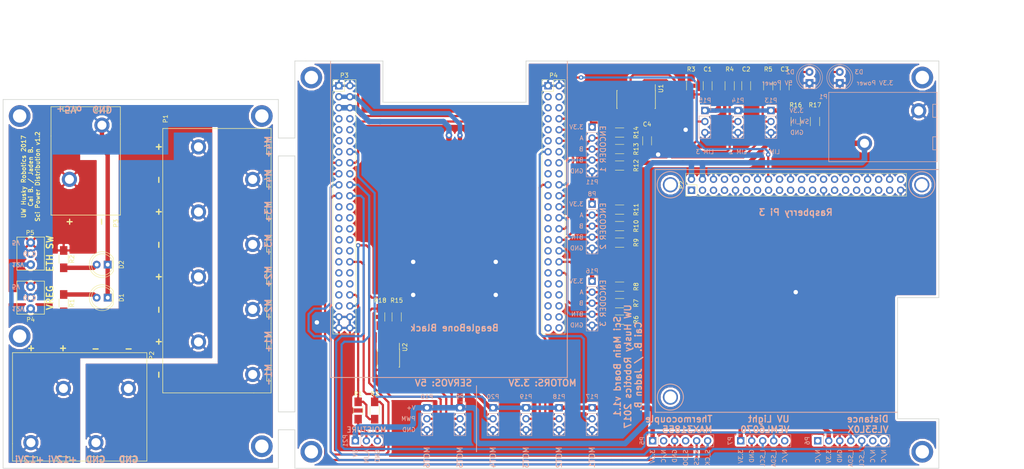
<source format=kicad_pcb>
(kicad_pcb (version 4) (host pcbnew 4.0.3-stable)
  (layers (0 F.Cu signal) (31 B.Cu signal) (34 B.Paste user) (35 F.Paste user) (36 B.SilkS user) (37 F.SilkS user) (38 B.Mask user) (39 F.Mask user) (44 Edge.Cuts user))
  (net 0 "")
  (net 1 "Net-(P3-Pad7)")
  (net 2 "Net-(P3-Pad8)")
  (net 3 "Net-(P3-Pad9)")
  (net 4 "Net-(P3-Pad10)")
  (net 5 "Net-(P3-Pad11)")
  (net 6 "Net-(P3-Pad12)")
  (net 7 "Net-(P3-Pad13)")
  (net 8 "Net-(P3-Pad23)")
  (net 9 "Net-(P3-Pad24)")
  (net 10 "Net-(P3-Pad25)")
  (net 11 "Net-(P3-Pad26)")
  (net 12 "Net-(P3-Pad27)")
  (net 13 "Net-(P3-Pad28)")
  (net 14 "Net-(P3-Pad29)")
  (net 15 "Net-(P3-Pad30)")
  (net 16 "Net-(P3-Pad31)")
  (net 17 "Net-(P3-Pad32)")
  (net 18 "Net-(P3-Pad33)")
  (net 19 GNDA)
  (net 20 "Net-(P3-Pad35)")
  (net 21 "Net-(P3-Pad36)")
  (net 22 "Net-(P3-Pad37)")
  (net 23 "Net-(P3-Pad38)")
  (net 24 "Net-(P3-Pad39)")
  (net 25 "Net-(P3-Pad41)")
  (net 26 "Net-(P4-Pad3)")
  (net 27 "Net-(P4-Pad4)")
  (net 28 "Net-(P4-Pad5)")
  (net 29 "Net-(P4-Pad6)")
  (net 30 "Net-(P4-Pad7)")
  (net 31 "Net-(P4-Pad9)")
  (net 32 "Net-(P4-Pad11)")
  (net 33 "Net-(P4-Pad14)")
  (net 34 "Net-(P4-Pad15)")
  (net 35 "Net-(P4-Pad16)")
  (net 36 "Net-(P4-Pad17)")
  (net 37 "Net-(P4-Pad18)")
  (net 38 "Net-(P4-Pad21)")
  (net 39 "Net-(P4-Pad23)")
  (net 40 "Net-(P4-Pad25)")
  (net 41 "Net-(P4-Pad27)")
  (net 42 "Net-(P4-Pad29)")
  (net 43 "Net-(P4-Pad31)")
  (net 44 "Net-(P4-Pad33)")
  (net 45 "Net-(P4-Pad35)")
  (net 46 "Net-(P4-Pad37)")
  (net 47 "Net-(P4-Pad38)")
  (net 48 "Net-(P4-Pad39)")
  (net 49 "Net-(P4-Pad40)")
  (net 50 "Net-(P4-Pad41)")
  (net 51 "Net-(P4-Pad42)")
  (net 52 "Net-(P4-Pad43)")
  (net 53 "Net-(P4-Pad44)")
  (net 54 +5V)
  (net 55 "Net-(P5-Pad2)")
  (net 56 "Net-(P6-Pad1)")
  (net 57 "Net-(P6-Pad6)")
  (net 58 "Net-(P6-Pad7)")
  (net 59 "Net-(P7-Pad5)")
  (net 60 "Net-(P21-Pad2)")
  (net 61 "Net-(D2-Pad2)")
  (net 62 "Net-(U1-Pad8)")
  (net 63 "Net-(U1-Pad9)")
  (net 64 "Net-(U1-Pad10)")
  (net 65 "Net-(U1-Pad11)")
  (net 66 "Net-(U1-Pad12)")
  (net 67 "Net-(U1-Pad13)")
  (net 68 GNDD)
  (net 69 /B_LIM3)
  (net 70 /B_LIM2)
  (net 71 /B_LIM1)
  (net 72 +3V3)
  (net 73 "Net-(P2-Pad1)")
  (net 74 "Net-(P2-Pad3)")
  (net 75 "Net-(P2-Pad5)")
  (net 76 "Net-(P2-Pad7)")
  (net 77 "Net-(P2-Pad8)")
  (net 78 "Net-(P2-Pad10)")
  (net 79 "Net-(P2-Pad11)")
  (net 80 "Net-(P2-Pad12)")
  (net 81 "Net-(P2-Pad13)")
  (net 82 "Net-(P2-Pad15)")
  (net 83 "Net-(P2-Pad17)")
  (net 84 "Net-(P2-Pad18)")
  (net 85 "Net-(P2-Pad19)")
  (net 86 "Net-(P2-Pad21)")
  (net 87 "Net-(P2-Pad22)")
  (net 88 "Net-(P2-Pad23)")
  (net 89 "Net-(P2-Pad24)")
  (net 90 "Net-(P2-Pad26)")
  (net 91 "Net-(P2-Pad27)")
  (net 92 "Net-(P2-Pad28)")
  (net 93 "Net-(P2-Pad29)")
  (net 94 "Net-(P2-Pad30)")
  (net 95 "Net-(P2-Pad31)")
  (net 96 "Net-(P2-Pad32)")
  (net 97 "Net-(P2-Pad33)")
  (net 98 "Net-(P2-Pad35)")
  (net 99 "Net-(P2-Pad36)")
  (net 100 "Net-(P2-Pad37)")
  (net 101 "Net-(P2-Pad40)")
  (net 102 /SPI_CS)
  (net 103 /SPI_DI)
  (net 104 /I2C_SCL)
  (net 105 /I2C_SDA)
  (net 106 /SPI_DO)
  (net 107 /SPI_CLK)
  (net 108 /MOISTURE_IN)
  (net 109 /LIMIT3_IN)
  (net 110 /LIMIT2_IN)
  (net 111 /LIMIT1_IN)
  (net 112 /MOTOR1_PWM)
  (net 113 /MOTOR2_PWM)
  (net 114 /ENC1_BUT)
  (net 115 /ENC1_A)
  (net 116 /ENC1_B)
  (net 117 /ENC2_BUT)
  (net 118 /ENC2_A)
  (net 119 /ENC2_B)
  (net 120 /ENC3_BUT)
  (net 121 /ENC3_A)
  (net 122 /ENC3_B)
  (net 123 /MOTOR3_PWM)
  (net 124 /MOTOR4_PWM)
  (net 125 "Net-(D3-Pad2)")
  (net 126 /CAM_TRIG)
  (net 127 "Net-(P4-Pad45)")
  (net 128 "Net-(P4-Pad46)")
  (net 129 /MOTOR6_PWM)
  (net 130 /MOTOR5_PWM)
  (net 131 "Net-(P9-Pad2)")
  (net 132 "Net-(P10-Pad2)")
  (net 133 "Net-(R15-Pad1)")
  (net 134 "Net-(R18-Pad1)")
  (net 135 +12V)
  (net 136 "Net-(D1-Pad2)")
  (net 137 GND)
  (net 138 "Net-(HL1-Pad1)")
  (net 139 "Net-(HL2-Pad1)")
  (net 140 "Net-(HL3-Pad1)")
  (net 141 "Net-(HL4-Pad1)")
  (module .pretty:VIA-0.04 (layer F.Cu) (at 109.855 105.41)
    (fp_text reference REF** hide)
    (fp_text value VIA-0.4 hide)
    (pad 1 thru_hole circle (at 0 0) (size 1.524 1.524) (drill 1.016) (layers *.Cu) (net 68 GNDD))
  )
  (module .pretty:VIA-0.04 (layer F.Cu) (at 188.595 66.675)
    (fp_text reference REF** hide)
    (fp_text value VIA-0.4 hide)
    (pad 1 thru_hole circle (at 0 0) (size 1.524 1.524) (drill 1.016) (layers *.Cu) (net 68 GNDD))
  )
  (module Pin_Headers:Pin_Header_Straight_2x23_Pitch2.54mm (layer F.Cu) (at 114.935 50.8)
    (fp_text reference P3 (at 1.27 -2.39) (layer F.SilkS))
    (fp_text value BBB_P9_HEADER)
    (pad 1 thru_hole rect (at 0 0) (size 1.7 1.7) (drill 1) (layers *.Cu *.Mask) (net 68 GNDD))
    (pad 2 thru_hole oval (at 2.54 0) (size 1.7 1.7) (drill 1) (layers *.Cu *.Mask) (net 68 GNDD))
    (pad 3 thru_hole oval (at 0 2.54) (size 1.7 1.7) (drill 1) (layers *.Cu *.Mask) (net 72 +3V3))
    (pad 4 thru_hole oval (at 2.54 2.54) (size 1.7 1.7) (drill 1) (layers *.Cu *.Mask) (net 72 +3V3))
    (pad 5 thru_hole oval (at 0 5.08) (size 1.7 1.7) (drill 1) (layers *.Cu *.Mask) (net 54 +5V))
    (pad 6 thru_hole oval (at 2.54 5.08) (size 1.7 1.7) (drill 1) (layers *.Cu *.Mask) (net 54 +5V))
    (pad 7 thru_hole oval (at 0 7.62) (size 1.7 1.7) (drill 1) (layers *.Cu *.Mask) (net 1 "Net-(P3-Pad7)"))
    (pad 8 thru_hole oval (at 2.54 7.62) (size 1.7 1.7) (drill 1) (layers *.Cu *.Mask) (net 2 "Net-(P3-Pad8)"))
    (pad 9 thru_hole oval (at 0 10.16) (size 1.7 1.7) (drill 1) (layers *.Cu *.Mask) (net 3 "Net-(P3-Pad9)"))
    (pad 10 thru_hole oval (at 2.54 10.16) (size 1.7 1.7) (drill 1) (layers *.Cu *.Mask) (net 4 "Net-(P3-Pad10)"))
    (pad 11 thru_hole oval (at 0 12.7) (size 1.7 1.7) (drill 1) (layers *.Cu *.Mask) (net 5 "Net-(P3-Pad11)"))
    (pad 12 thru_hole oval (at 2.54 12.7) (size 1.7 1.7) (drill 1) (layers *.Cu *.Mask) (net 6 "Net-(P3-Pad12)"))
    (pad 13 thru_hole oval (at 0 15.24) (size 1.7 1.7) (drill 1) (layers *.Cu *.Mask) (net 7 "Net-(P3-Pad13)"))
    (pad 14 thru_hole oval (at 2.54 15.24) (size 1.7 1.7) (drill 1) (layers *.Cu *.Mask) (net 124 /MOTOR4_PWM))
    (pad 15 thru_hole oval (at 0 17.78) (size 1.7 1.7) (drill 1) (layers *.Cu *.Mask) (net 126 /CAM_TRIG))
    (pad 16 thru_hole oval (at 2.54 17.78) (size 1.7 1.7) (drill 1) (layers *.Cu *.Mask) (net 123 /MOTOR3_PWM))
    (pad 17 thru_hole oval (at 0 20.32) (size 1.7 1.7) (drill 1) (layers *.Cu *.Mask) (net 102 /SPI_CS))
    (pad 18 thru_hole oval (at 2.54 20.32) (size 1.7 1.7) (drill 1) (layers *.Cu *.Mask) (net 103 /SPI_DI))
    (pad 19 thru_hole oval (at 0 22.86) (size 1.7 1.7) (drill 1) (layers *.Cu *.Mask) (net 104 /I2C_SCL))
    (pad 20 thru_hole oval (at 2.54 22.86) (size 1.7 1.7) (drill 1) (layers *.Cu *.Mask) (net 105 /I2C_SDA))
    (pad 21 thru_hole oval (at 0 25.4) (size 1.7 1.7) (drill 1) (layers *.Cu *.Mask) (net 129 /MOTOR6_PWM))
    (pad 22 thru_hole oval (at 2.54 25.4) (size 1.7 1.7) (drill 1) (layers *.Cu *.Mask) (net 107 /SPI_CLK))
    (pad 23 thru_hole oval (at 0 27.94) (size 1.7 1.7) (drill 1) (layers *.Cu *.Mask) (net 8 "Net-(P3-Pad23)"))
    (pad 24 thru_hole oval (at 2.54 27.94) (size 1.7 1.7) (drill 1) (layers *.Cu *.Mask) (net 9 "Net-(P3-Pad24)"))
    (pad 25 thru_hole oval (at 0 30.48) (size 1.7 1.7) (drill 1) (layers *.Cu *.Mask) (net 10 "Net-(P3-Pad25)"))
    (pad 26 thru_hole oval (at 2.54 30.48) (size 1.7 1.7) (drill 1) (layers *.Cu *.Mask) (net 11 "Net-(P3-Pad26)"))
    (pad 27 thru_hole oval (at 0 33.02) (size 1.7 1.7) (drill 1) (layers *.Cu *.Mask) (net 12 "Net-(P3-Pad27)"))
    (pad 28 thru_hole oval (at 2.54 33.02) (size 1.7 1.7) (drill 1) (layers *.Cu *.Mask) (net 13 "Net-(P3-Pad28)"))
    (pad 29 thru_hole oval (at 0 35.56) (size 1.7 1.7) (drill 1) (layers *.Cu *.Mask) (net 14 "Net-(P3-Pad29)"))
    (pad 30 thru_hole oval (at 2.54 35.56) (size 1.7 1.7) (drill 1) (layers *.Cu *.Mask) (net 15 "Net-(P3-Pad30)"))
    (pad 31 thru_hole oval (at 0 38.1) (size 1.7 1.7) (drill 1) (layers *.Cu *.Mask) (net 16 "Net-(P3-Pad31)"))
    (pad 32 thru_hole oval (at 2.54 38.1) (size 1.7 1.7) (drill 1) (layers *.Cu *.Mask) (net 17 "Net-(P3-Pad32)"))
    (pad 33 thru_hole oval (at 0 40.64) (size 1.7 1.7) (drill 1) (layers *.Cu *.Mask) (net 18 "Net-(P3-Pad33)"))
    (pad 34 thru_hole oval (at 2.54 40.64) (size 1.7 1.7) (drill 1) (layers *.Cu *.Mask) (net 19 GNDA))
    (pad 35 thru_hole oval (at 0 43.18) (size 1.7 1.7) (drill 1) (layers *.Cu *.Mask) (net 20 "Net-(P3-Pad35)"))
    (pad 36 thru_hole oval (at 2.54 43.18) (size 1.7 1.7) (drill 1) (layers *.Cu *.Mask) (net 21 "Net-(P3-Pad36)"))
    (pad 37 thru_hole oval (at 0 45.72) (size 1.7 1.7) (drill 1) (layers *.Cu *.Mask) (net 22 "Net-(P3-Pad37)"))
    (pad 38 thru_hole oval (at 2.54 45.72) (size 1.7 1.7) (drill 1) (layers *.Cu *.Mask) (net 23 "Net-(P3-Pad38)"))
    (pad 39 thru_hole oval (at 0 48.26) (size 1.7 1.7) (drill 1) (layers *.Cu *.Mask) (net 24 "Net-(P3-Pad39)"))
    (pad 40 thru_hole oval (at 2.54 48.26) (size 1.7 1.7) (drill 1) (layers *.Cu *.Mask) (net 108 /MOISTURE_IN))
    (pad 41 thru_hole oval (at 0 50.8) (size 1.7 1.7) (drill 1) (layers *.Cu *.Mask) (net 25 "Net-(P3-Pad41)"))
    (pad 42 thru_hole oval (at 2.54 50.8) (size 1.7 1.7) (drill 1) (layers *.Cu *.Mask) (net 130 /MOTOR5_PWM))
    (pad 43 thru_hole oval (at 0 53.34) (size 1.7 1.7) (drill 1) (layers *.Cu *.Mask) (net 68 GNDD))
    (pad 44 thru_hole oval (at 2.54 53.34) (size 1.7 1.7) (drill 1) (layers *.Cu *.Mask) (net 68 GNDD))
    (pad 45 thru_hole oval (at 0 55.88) (size 1.7 1.7) (drill 1) (layers *.Cu *.Mask) (net 68 GNDD))
    (pad 46 thru_hole oval (at 2.54 55.88) (size 1.7 1.7) (drill 1) (layers *.Cu *.Mask) (net 68 GNDD))
  )
  (module Pin_Headers:Pin_Header_Straight_2x23_Pitch2.54mm (layer F.Cu) (at 163.195 50.8)
    (fp_text reference P4 (at 1.27 -2.39) (layer F.SilkS))
    (fp_text value BBB_P8_HEADER)
    (pad 1 thru_hole rect (at 0 0) (size 1.7 1.7) (drill 1) (layers *.Cu *.Mask) (net 68 GNDD))
    (pad 2 thru_hole oval (at 2.54 0) (size 1.7 1.7) (drill 1) (layers *.Cu *.Mask) (net 68 GNDD))
    (pad 3 thru_hole oval (at 0 2.54) (size 1.7 1.7) (drill 1) (layers *.Cu *.Mask) (net 26 "Net-(P4-Pad3)"))
    (pad 4 thru_hole oval (at 2.54 2.54) (size 1.7 1.7) (drill 1) (layers *.Cu *.Mask) (net 27 "Net-(P4-Pad4)"))
    (pad 5 thru_hole oval (at 0 5.08) (size 1.7 1.7) (drill 1) (layers *.Cu *.Mask) (net 28 "Net-(P4-Pad5)"))
    (pad 6 thru_hole oval (at 2.54 5.08) (size 1.7 1.7) (drill 1) (layers *.Cu *.Mask) (net 29 "Net-(P4-Pad6)"))
    (pad 7 thru_hole oval (at 0 7.62) (size 1.7 1.7) (drill 1) (layers *.Cu *.Mask) (net 30 "Net-(P4-Pad7)"))
    (pad 8 thru_hole oval (at 2.54 7.62) (size 1.7 1.7) (drill 1) (layers *.Cu *.Mask) (net 109 /LIMIT3_IN))
    (pad 9 thru_hole oval (at 0 10.16) (size 1.7 1.7) (drill 1) (layers *.Cu *.Mask) (net 31 "Net-(P4-Pad9)"))
    (pad 10 thru_hole oval (at 2.54 10.16) (size 1.7 1.7) (drill 1) (layers *.Cu *.Mask) (net 110 /LIMIT2_IN))
    (pad 11 thru_hole oval (at 0 12.7) (size 1.7 1.7) (drill 1) (layers *.Cu *.Mask) (net 32 "Net-(P4-Pad11)"))
    (pad 12 thru_hole oval (at 2.54 12.7) (size 1.7 1.7) (drill 1) (layers *.Cu *.Mask) (net 111 /LIMIT1_IN))
    (pad 13 thru_hole oval (at 0 15.24) (size 1.7 1.7) (drill 1) (layers *.Cu *.Mask) (net 112 /MOTOR1_PWM))
    (pad 14 thru_hole oval (at 2.54 15.24) (size 1.7 1.7) (drill 1) (layers *.Cu *.Mask) (net 33 "Net-(P4-Pad14)"))
    (pad 15 thru_hole oval (at 0 17.78) (size 1.7 1.7) (drill 1) (layers *.Cu *.Mask) (net 34 "Net-(P4-Pad15)"))
    (pad 16 thru_hole oval (at 2.54 17.78) (size 1.7 1.7) (drill 1) (layers *.Cu *.Mask) (net 35 "Net-(P4-Pad16)"))
    (pad 17 thru_hole oval (at 0 20.32) (size 1.7 1.7) (drill 1) (layers *.Cu *.Mask) (net 36 "Net-(P4-Pad17)"))
    (pad 18 thru_hole oval (at 2.54 20.32) (size 1.7 1.7) (drill 1) (layers *.Cu *.Mask) (net 37 "Net-(P4-Pad18)"))
    (pad 19 thru_hole oval (at 0 22.86) (size 1.7 1.7) (drill 1) (layers *.Cu *.Mask) (net 113 /MOTOR2_PWM))
    (pad 20 thru_hole oval (at 2.54 22.86) (size 1.7 1.7) (drill 1) (layers *.Cu *.Mask) (net 114 /ENC1_BUT))
    (pad 21 thru_hole oval (at 0 25.4) (size 1.7 1.7) (drill 1) (layers *.Cu *.Mask) (net 38 "Net-(P4-Pad21)"))
    (pad 22 thru_hole oval (at 2.54 25.4) (size 1.7 1.7) (drill 1) (layers *.Cu *.Mask) (net 115 /ENC1_A))
    (pad 23 thru_hole oval (at 0 27.94) (size 1.7 1.7) (drill 1) (layers *.Cu *.Mask) (net 39 "Net-(P4-Pad23)"))
    (pad 24 thru_hole oval (at 2.54 27.94) (size 1.7 1.7) (drill 1) (layers *.Cu *.Mask) (net 116 /ENC1_B))
    (pad 25 thru_hole oval (at 0 30.48) (size 1.7 1.7) (drill 1) (layers *.Cu *.Mask) (net 40 "Net-(P4-Pad25)"))
    (pad 26 thru_hole oval (at 2.54 30.48) (size 1.7 1.7) (drill 1) (layers *.Cu *.Mask) (net 117 /ENC2_BUT))
    (pad 27 thru_hole oval (at 0 33.02) (size 1.7 1.7) (drill 1) (layers *.Cu *.Mask) (net 41 "Net-(P4-Pad27)"))
    (pad 28 thru_hole oval (at 2.54 33.02) (size 1.7 1.7) (drill 1) (layers *.Cu *.Mask) (net 118 /ENC2_A))
    (pad 29 thru_hole oval (at 0 35.56) (size 1.7 1.7) (drill 1) (layers *.Cu *.Mask) (net 42 "Net-(P4-Pad29)"))
    (pad 30 thru_hole oval (at 2.54 35.56) (size 1.7 1.7) (drill 1) (layers *.Cu *.Mask) (net 119 /ENC2_B))
    (pad 31 thru_hole oval (at 0 38.1) (size 1.7 1.7) (drill 1) (layers *.Cu *.Mask) (net 43 "Net-(P4-Pad31)"))
    (pad 32 thru_hole oval (at 2.54 38.1) (size 1.7 1.7) (drill 1) (layers *.Cu *.Mask) (net 120 /ENC3_BUT))
    (pad 33 thru_hole oval (at 0 40.64) (size 1.7 1.7) (drill 1) (layers *.Cu *.Mask) (net 44 "Net-(P4-Pad33)"))
    (pad 34 thru_hole oval (at 2.54 40.64) (size 1.7 1.7) (drill 1) (layers *.Cu *.Mask) (net 121 /ENC3_A))
    (pad 35 thru_hole oval (at 0 43.18) (size 1.7 1.7) (drill 1) (layers *.Cu *.Mask) (net 45 "Net-(P4-Pad35)"))
    (pad 36 thru_hole oval (at 2.54 43.18) (size 1.7 1.7) (drill 1) (layers *.Cu *.Mask) (net 122 /ENC3_B))
    (pad 37 thru_hole oval (at 0 45.72) (size 1.7 1.7) (drill 1) (layers *.Cu *.Mask) (net 46 "Net-(P4-Pad37)"))
    (pad 38 thru_hole oval (at 2.54 45.72) (size 1.7 1.7) (drill 1) (layers *.Cu *.Mask) (net 47 "Net-(P4-Pad38)"))
    (pad 39 thru_hole oval (at 0 48.26) (size 1.7 1.7) (drill 1) (layers *.Cu *.Mask) (net 48 "Net-(P4-Pad39)"))
    (pad 40 thru_hole oval (at 2.54 48.26) (size 1.7 1.7) (drill 1) (layers *.Cu *.Mask) (net 49 "Net-(P4-Pad40)"))
    (pad 41 thru_hole oval (at 0 50.8) (size 1.7 1.7) (drill 1) (layers *.Cu *.Mask) (net 50 "Net-(P4-Pad41)"))
    (pad 42 thru_hole oval (at 2.54 50.8) (size 1.7 1.7) (drill 1) (layers *.Cu *.Mask) (net 51 "Net-(P4-Pad42)"))
    (pad 43 thru_hole oval (at 0 53.34) (size 1.7 1.7) (drill 1) (layers *.Cu *.Mask) (net 52 "Net-(P4-Pad43)"))
    (pad 44 thru_hole oval (at 2.54 53.34) (size 1.7 1.7) (drill 1) (layers *.Cu *.Mask) (net 53 "Net-(P4-Pad44)"))
    (pad 45 thru_hole oval (at 0 55.88) (size 1.7 1.7) (drill 1) (layers *.Cu *.Mask) (net 127 "Net-(P4-Pad45)"))
    (pad 46 thru_hole oval (at 2.54 55.88) (size 1.7 1.7) (drill 1) (layers *.Cu *.Mask) (net 128 "Net-(P4-Pad46)"))
  )
  (module Pin_Headers:Pin_Header_Straight_1x06_Pitch2.54mm (layer B.Cu) (at 187.325 132.715 270)
    (fp_text reference P5 (at 0 2.39 270) (layer B.SilkS) (effects (justify mirror)))
    (fp_text value THERMO_SENS hide)
    (pad 1 thru_hole rect (at 0 0 270) (size 1.7 1.7) (drill 1) (layers *.Cu *.Mask) (net 72 +3V3))
    (pad 2 thru_hole oval (at 0 -2.54 270) (size 1.7 1.7) (drill 1) (layers *.Cu *.Mask) (net 55 "Net-(P5-Pad2)"))
    (pad 3 thru_hole oval (at 0 -5.08 270) (size 1.7 1.7) (drill 1) (layers *.Cu *.Mask) (net 68 GNDD))
    (pad 4 thru_hole oval (at 0 -7.62 270) (size 1.7 1.7) (drill 1) (layers *.Cu *.Mask) (net 106 /SPI_DO))
    (pad 5 thru_hole oval (at 0 -10.16 270) (size 1.7 1.7) (drill 1) (layers *.Cu *.Mask) (net 102 /SPI_CS))
    (pad 6 thru_hole oval (at 0 -12.7 270) (size 1.7 1.7) (drill 1) (layers *.Cu *.Mask) (net 107 /SPI_CLK))
  )
  (module Pin_Headers:Pin_Header_Straight_1x07_Pitch2.54mm (layer B.Cu) (at 225.425 132.715 270)
    (fp_text reference P6 (at 0 2.39 270) (layer B.SilkS) (effects (justify mirror)))
    (fp_text value DIST_SENS hide)
    (pad 1 thru_hole rect (at 0 0 270) (size 1.7 1.7) (drill 1) (layers *.Cu *.Mask) (net 56 "Net-(P6-Pad1)"))
    (pad 2 thru_hole oval (at 0 -2.54 270) (size 1.7 1.7) (drill 1) (layers *.Cu *.Mask) (net 72 +3V3))
    (pad 3 thru_hole oval (at 0 -5.08 270) (size 1.7 1.7) (drill 1) (layers *.Cu *.Mask) (net 68 GNDD))
    (pad 4 thru_hole oval (at 0 -7.62 270) (size 1.7 1.7) (drill 1) (layers *.Cu *.Mask) (net 105 /I2C_SDA))
    (pad 5 thru_hole oval (at 0 -10.16 270) (size 1.7 1.7) (drill 1) (layers *.Cu *.Mask) (net 104 /I2C_SCL))
    (pad 6 thru_hole oval (at 0 -12.7 270) (size 1.7 1.7) (drill 1) (layers *.Cu *.Mask) (net 57 "Net-(P6-Pad6)"))
    (pad 7 thru_hole oval (at 0 -15.24 270) (size 1.7 1.7) (drill 1) (layers *.Cu *.Mask) (net 58 "Net-(P6-Pad7)"))
  )
  (module Pin_Headers:Pin_Header_Straight_1x05_Pitch2.54mm (layer B.Cu) (at 207.645 132.715 270)
    (fp_text reference P7 (at 0 2.39 270) (layer B.SilkS) (effects (justify mirror)))
    (fp_text value UV_SENS hide)
    (pad 1 thru_hole rect (at 0 0 270) (size 1.7 1.7) (drill 1) (layers *.Cu *.Mask) (net 72 +3V3))
    (pad 2 thru_hole oval (at 0 -2.54 270) (size 1.7 1.7) (drill 1) (layers *.Cu *.Mask) (net 68 GNDD))
    (pad 3 thru_hole oval (at 0 -5.08 270) (size 1.7 1.7) (drill 1) (layers *.Cu *.Mask) (net 104 /I2C_SCL))
    (pad 4 thru_hole oval (at 0 -7.62 270) (size 1.7 1.7) (drill 1) (layers *.Cu *.Mask) (net 105 /I2C_SDA))
    (pad 5 thru_hole oval (at 0 -10.16 270) (size 1.7 1.7) (drill 1) (layers *.Cu *.Mask) (net 59 "Net-(P7-Pad5)"))
  )
  (module Capacitors_SMD:C_1206_HandSoldering (layer F.Cu) (at 200.025 50.8 270)
    (fp_text reference C1 (at -3.81 0 360) (layer F.SilkS))
    (fp_text value 1μF)
    (pad 1 smd rect (at -2 0 270) (size 2 1.6) (layers F.Cu F.Paste F.Mask) (net 68 GNDD))
    (pad 2 smd rect (at 2 0 270) (size 2 1.6) (layers F.Cu F.Paste F.Mask) (net 69 /B_LIM3))
  )
  (module Capacitors_SMD:C_1206_HandSoldering (layer F.Cu) (at 208.915 50.8 270)
    (fp_text reference C2 (at -3.81 0 360) (layer F.SilkS))
    (fp_text value 1μF)
    (pad 1 smd rect (at -2 0 270) (size 2 1.6) (layers F.Cu F.Paste F.Mask) (net 68 GNDD))
    (pad 2 smd rect (at 2 0 270) (size 2 1.6) (layers F.Cu F.Paste F.Mask) (net 70 /B_LIM2))
  )
  (module Capacitors_SMD:C_1206_HandSoldering (layer F.Cu) (at 217.805 50.8 270)
    (fp_text reference C3 (at -3.81 0 360) (layer F.SilkS))
    (fp_text value 1μF)
    (pad 1 smd rect (at -2 0 270) (size 2 1.6) (layers F.Cu F.Paste F.Mask) (net 68 GNDD))
    (pad 2 smd rect (at 2 0 270) (size 2 1.6) (layers F.Cu F.Paste F.Mask) (net 71 /B_LIM1))
  )
  (module Capacitors_SMD:C_1206_HandSoldering (layer F.Cu) (at 186.055 63.5 270)
    (fp_text reference C4 (at -3.81 0 360) (layer F.SilkS))
    (fp_text value 100nF)
    (pad 1 smd rect (at -2 0 270) (size 2 1.6) (layers F.Cu F.Paste F.Mask) (net 72 +3V3))
    (pad 2 smd rect (at 2 0 270) (size 2 1.6) (layers F.Cu F.Paste F.Mask) (net 68 GNDD))
  )
  (module Pin_Headers:Pin_Header_Straight_2x20_Pitch2.54mm (layer F.Cu) (at 196.2912 74.9173 90)
    (fp_text reference P2 (at 1.27 -2.33 90) (layer F.SilkS))
    (fp_text value RPI_HEADER)
    (pad 1 thru_hole rect (at 0 0 90) (size 1.7 1.7) (drill 1) (layers *.Cu *.Mask) (net 73 "Net-(P2-Pad1)"))
    (pad 2 thru_hole oval (at 2.54 0 90) (size 1.7 1.7) (drill 1) (layers *.Cu *.Mask) (net 54 +5V))
    (pad 3 thru_hole oval (at 0 2.54 90) (size 1.7 1.7) (drill 1) (layers *.Cu *.Mask) (net 74 "Net-(P2-Pad3)"))
    (pad 4 thru_hole oval (at 2.54 2.54 90) (size 1.7 1.7) (drill 1) (layers *.Cu *.Mask) (net 54 +5V))
    (pad 5 thru_hole oval (at 0 5.08 90) (size 1.7 1.7) (drill 1) (layers *.Cu *.Mask) (net 75 "Net-(P2-Pad5)"))
    (pad 6 thru_hole oval (at 2.54 5.08 90) (size 1.7 1.7) (drill 1) (layers *.Cu *.Mask) (net 68 GNDD))
    (pad 7 thru_hole oval (at 0 7.62 90) (size 1.7 1.7) (drill 1) (layers *.Cu *.Mask) (net 76 "Net-(P2-Pad7)"))
    (pad 8 thru_hole oval (at 2.54 7.62 90) (size 1.7 1.7) (drill 1) (layers *.Cu *.Mask) (net 77 "Net-(P2-Pad8)"))
    (pad 9 thru_hole oval (at 0 10.16 90) (size 1.7 1.7) (drill 1) (layers *.Cu *.Mask) (net 68 GNDD))
    (pad 10 thru_hole oval (at 2.54 10.16 90) (size 1.7 1.7) (drill 1) (layers *.Cu *.Mask) (net 78 "Net-(P2-Pad10)"))
    (pad 11 thru_hole oval (at 0 12.7 90) (size 1.7 1.7) (drill 1) (layers *.Cu *.Mask) (net 79 "Net-(P2-Pad11)"))
    (pad 12 thru_hole oval (at 2.54 12.7 90) (size 1.7 1.7) (drill 1) (layers *.Cu *.Mask) (net 80 "Net-(P2-Pad12)"))
    (pad 13 thru_hole oval (at 0 15.24 90) (size 1.7 1.7) (drill 1) (layers *.Cu *.Mask) (net 81 "Net-(P2-Pad13)"))
    (pad 14 thru_hole oval (at 2.54 15.24 90) (size 1.7 1.7) (drill 1) (layers *.Cu *.Mask) (net 68 GNDD))
    (pad 15 thru_hole oval (at 0 17.78 90) (size 1.7 1.7) (drill 1) (layers *.Cu *.Mask) (net 82 "Net-(P2-Pad15)"))
    (pad 16 thru_hole oval (at 2.54 17.78 90) (size 1.7 1.7) (drill 1) (layers *.Cu *.Mask) (net 126 /CAM_TRIG))
    (pad 17 thru_hole oval (at 0 20.32 90) (size 1.7 1.7) (drill 1) (layers *.Cu *.Mask) (net 83 "Net-(P2-Pad17)"))
    (pad 18 thru_hole oval (at 2.54 20.32 90) (size 1.7 1.7) (drill 1) (layers *.Cu *.Mask) (net 84 "Net-(P2-Pad18)"))
    (pad 19 thru_hole oval (at 0 22.86 90) (size 1.7 1.7) (drill 1) (layers *.Cu *.Mask) (net 85 "Net-(P2-Pad19)"))
    (pad 20 thru_hole oval (at 2.54 22.86 90) (size 1.7 1.7) (drill 1) (layers *.Cu *.Mask) (net 68 GNDD))
    (pad 21 thru_hole oval (at 0 25.4 90) (size 1.7 1.7) (drill 1) (layers *.Cu *.Mask) (net 86 "Net-(P2-Pad21)"))
    (pad 22 thru_hole oval (at 2.54 25.4 90) (size 1.7 1.7) (drill 1) (layers *.Cu *.Mask) (net 87 "Net-(P2-Pad22)"))
    (pad 23 thru_hole oval (at 0 27.94 90) (size 1.7 1.7) (drill 1) (layers *.Cu *.Mask) (net 88 "Net-(P2-Pad23)"))
    (pad 24 thru_hole oval (at 2.54 27.94 90) (size 1.7 1.7) (drill 1) (layers *.Cu *.Mask) (net 89 "Net-(P2-Pad24)"))
    (pad 25 thru_hole oval (at 0 30.48 90) (size 1.7 1.7) (drill 1) (layers *.Cu *.Mask) (net 68 GNDD))
    (pad 26 thru_hole oval (at 2.54 30.48 90) (size 1.7 1.7) (drill 1) (layers *.Cu *.Mask) (net 90 "Net-(P2-Pad26)"))
    (pad 27 thru_hole oval (at 0 33.02 90) (size 1.7 1.7) (drill 1) (layers *.Cu *.Mask) (net 91 "Net-(P2-Pad27)"))
    (pad 28 thru_hole oval (at 2.54 33.02 90) (size 1.7 1.7) (drill 1) (layers *.Cu *.Mask) (net 92 "Net-(P2-Pad28)"))
    (pad 29 thru_hole oval (at 0 35.56 90) (size 1.7 1.7) (drill 1) (layers *.Cu *.Mask) (net 93 "Net-(P2-Pad29)"))
    (pad 30 thru_hole oval (at 2.54 35.56 90) (size 1.7 1.7) (drill 1) (layers *.Cu *.Mask) (net 94 "Net-(P2-Pad30)"))
    (pad 31 thru_hole oval (at 0 38.1 90) (size 1.7 1.7) (drill 1) (layers *.Cu *.Mask) (net 95 "Net-(P2-Pad31)"))
    (pad 32 thru_hole oval (at 2.54 38.1 90) (size 1.7 1.7) (drill 1) (layers *.Cu *.Mask) (net 96 "Net-(P2-Pad32)"))
    (pad 33 thru_hole oval (at 0 40.64 90) (size 1.7 1.7) (drill 1) (layers *.Cu *.Mask) (net 97 "Net-(P2-Pad33)"))
    (pad 34 thru_hole oval (at 2.54 40.64 90) (size 1.7 1.7) (drill 1) (layers *.Cu *.Mask) (net 68 GNDD))
    (pad 35 thru_hole oval (at 0 43.18 90) (size 1.7 1.7) (drill 1) (layers *.Cu *.Mask) (net 98 "Net-(P2-Pad35)"))
    (pad 36 thru_hole oval (at 2.54 43.18 90) (size 1.7 1.7) (drill 1) (layers *.Cu *.Mask) (net 99 "Net-(P2-Pad36)"))
    (pad 37 thru_hole oval (at 0 45.72 90) (size 1.7 1.7) (drill 1) (layers *.Cu *.Mask) (net 100 "Net-(P2-Pad37)"))
    (pad 38 thru_hole oval (at 2.54 45.72 90) (size 1.7 1.7) (drill 1) (layers *.Cu *.Mask) (net 68 GNDD))
    (pad 39 thru_hole oval (at 0 48.26 90) (size 1.7 1.7) (drill 1) (layers *.Cu *.Mask) (net 68 GNDD))
    (pad 40 thru_hole oval (at 2.54 48.26 90) (size 1.7 1.7) (drill 1) (layers *.Cu *.Mask) (net 101 "Net-(P2-Pad40)"))
  )
  (module LEDs:LED_D5.0mm (layer B.Cu) (at 223.52 50.165 90)
    (fp_text reference D2 (at 2.54 -4.445 180) (layer B.SilkS) (effects (justify mirror)))
    (fp_text value LED)
    (pad 1 thru_hole rect (at 0 0 90) (size 1.8 1.8) (drill 0.9) (layers *.Cu *.Mask) (net 68 GNDD))
    (pad 2 thru_hole circle (at 2.54 0 90) (size 1.8 1.8) (drill 0.9) (layers *.Cu *.Mask) (net 61 "Net-(D2-Pad2)"))
  )
  (module LEDs:LED_D5.0mm (layer B.Cu) (at 230.505 50.165 90)
    (fp_text reference D3 (at 2.54 4.445 180) (layer B.SilkS) (effects (justify mirror)))
    (fp_text value LED)
    (pad 1 thru_hole rect (at 0 0 90) (size 1.8 1.8) (drill 0.9) (layers *.Cu *.Mask) (net 68 GNDD))
    (pad 2 thru_hole circle (at 2.54 0 90) (size 1.8 1.8) (drill 0.9) (layers *.Cu *.Mask) (net 125 "Net-(D3-Pad2)"))
  )
  (module Pin_Headers:Pin_Header_Straight_1x05_Pitch2.54mm (layer B.Cu) (at 173.355 78.105 180)
    (fp_text reference P8 (at 0 2.33 180) (layer B.SilkS) (effects (justify mirror)))
    (fp_text value ENCODER_2)
    (pad 1 thru_hole rect (at 0 0 180) (size 1.7 1.7) (drill 1) (layers *.Cu *.Mask) (net 72 +3V3))
    (pad 2 thru_hole oval (at 0 -2.54 180) (size 1.7 1.7) (drill 1) (layers *.Cu *.Mask) (net 118 /ENC2_A))
    (pad 3 thru_hole oval (at 0 -5.08 180) (size 1.7 1.7) (drill 1) (layers *.Cu *.Mask) (net 119 /ENC2_B))
    (pad 4 thru_hole oval (at 0 -7.62 180) (size 1.7 1.7) (drill 1) (layers *.Cu *.Mask) (net 117 /ENC2_BUT))
    (pad 5 thru_hole oval (at 0 -10.16 180) (size 1.7 1.7) (drill 1) (layers *.Cu *.Mask) (net 68 GNDD))
  )
  (module Pin_Headers:Pin_Header_Straight_1x05_Pitch2.54mm (layer B.Cu) (at 173.355 60.325 180)
    (fp_text reference P11 (at 0 -12.7 180) (layer B.SilkS) (effects (justify mirror)))
    (fp_text value ENCODER_1)
    (pad 1 thru_hole rect (at 0 0 180) (size 1.7 1.7) (drill 1) (layers *.Cu *.Mask) (net 72 +3V3))
    (pad 2 thru_hole oval (at 0 -2.54 180) (size 1.7 1.7) (drill 1) (layers *.Cu *.Mask) (net 115 /ENC1_A))
    (pad 3 thru_hole oval (at 0 -5.08 180) (size 1.7 1.7) (drill 1) (layers *.Cu *.Mask) (net 116 /ENC1_B))
    (pad 4 thru_hole oval (at 0 -7.62 180) (size 1.7 1.7) (drill 1) (layers *.Cu *.Mask) (net 114 /ENC1_BUT))
    (pad 5 thru_hole oval (at 0 -10.16 180) (size 1.7 1.7) (drill 1) (layers *.Cu *.Mask) (net 68 GNDD))
  )
  (module Pin_Headers:Pin_Header_Straight_1x03_Pitch2.54mm (layer B.Cu) (at 214.63 56.515 180)
    (fp_text reference P13 (at 0 2.33 180) (layer B.SilkS) (effects (justify mirror)))
    (fp_text value LIMIT1_IN)
    (pad 1 thru_hole rect (at 0 0 180) (size 1.7 1.7) (drill 1) (layers *.Cu *.Mask) (net 72 +3V3))
    (pad 2 thru_hole oval (at 0 -2.54 180) (size 1.7 1.7) (drill 1) (layers *.Cu *.Mask) (net 71 /B_LIM1))
    (pad 3 thru_hole oval (at 0 -5.08 180) (size 1.7 1.7) (drill 1) (layers *.Cu *.Mask) (net 68 GNDD))
  )
  (module Pin_Headers:Pin_Header_Straight_1x03_Pitch2.54mm (layer B.Cu) (at 207.01 56.515 180)
    (fp_text reference P14 (at 0 2.33 180) (layer B.SilkS) (effects (justify mirror)))
    (fp_text value LIMIT2_IN)
    (pad 1 thru_hole rect (at 0 0 180) (size 1.7 1.7) (drill 1) (layers *.Cu *.Mask) (net 72 +3V3))
    (pad 2 thru_hole oval (at 0 -2.54 180) (size 1.7 1.7) (drill 1) (layers *.Cu *.Mask) (net 70 /B_LIM2))
    (pad 3 thru_hole oval (at 0 -5.08 180) (size 1.7 1.7) (drill 1) (layers *.Cu *.Mask) (net 68 GNDD))
  )
  (module Pin_Headers:Pin_Header_Straight_1x03_Pitch2.54mm (layer B.Cu) (at 199.39 56.515 180)
    (fp_text reference P15 (at 0 2.33 180) (layer B.SilkS) (effects (justify mirror)))
    (fp_text value LIMIT3_IN)
    (pad 1 thru_hole rect (at 0 0 180) (size 1.7 1.7) (drill 1) (layers *.Cu *.Mask) (net 72 +3V3))
    (pad 2 thru_hole oval (at 0 -2.54 180) (size 1.7 1.7) (drill 1) (layers *.Cu *.Mask) (net 69 /B_LIM3))
    (pad 3 thru_hole oval (at 0 -5.08 180) (size 1.7 1.7) (drill 1) (layers *.Cu *.Mask) (net 68 GNDD))
  )
  (module Pin_Headers:Pin_Header_Straight_1x05_Pitch2.54mm (layer B.Cu) (at 173.355 95.885 180)
    (fp_text reference P16 (at 0 2.33 180) (layer B.SilkS) (effects (justify mirror)))
    (fp_text value ENCODER_3)
    (pad 1 thru_hole rect (at 0 0 180) (size 1.7 1.7) (drill 1) (layers *.Cu *.Mask) (net 72 +3V3))
    (pad 2 thru_hole oval (at 0 -2.54 180) (size 1.7 1.7) (drill 1) (layers *.Cu *.Mask) (net 121 /ENC3_A))
    (pad 3 thru_hole oval (at 0 -5.08 180) (size 1.7 1.7) (drill 1) (layers *.Cu *.Mask) (net 122 /ENC3_B))
    (pad 4 thru_hole oval (at 0 -7.62 180) (size 1.7 1.7) (drill 1) (layers *.Cu *.Mask) (net 120 /ENC3_BUT))
    (pad 5 thru_hole oval (at 0 -10.16 180) (size 1.7 1.7) (drill 1) (layers *.Cu *.Mask) (net 68 GNDD))
  )
  (module Pin_Headers:Pin_Header_Straight_1x03_Pitch2.54mm (layer B.Cu) (at 173.355 125.095 180)
    (fp_text reference P17 (at 0 2.54 180) (layer B.SilkS) (effects (justify mirror)))
    (fp_text value MOTOR1_PWM)
    (pad 1 thru_hole rect (at 0 0 180) (size 1.7 1.7) (drill 1) (layers *.Cu *.Mask) (net 72 +3V3))
    (pad 2 thru_hole oval (at 0 -2.54 180) (size 1.7 1.7) (drill 1) (layers *.Cu *.Mask) (net 112 /MOTOR1_PWM))
    (pad 3 thru_hole oval (at 0 -5.08 180) (size 1.7 1.7) (drill 1) (layers *.Cu *.Mask) (net 68 GNDD))
  )
  (module Pin_Headers:Pin_Header_Straight_1x03_Pitch2.54mm (layer B.Cu) (at 165.735 125.095 180)
    (fp_text reference P18 (at 0 2.54 180) (layer B.SilkS) (effects (justify mirror)))
    (fp_text value MOTOR2_PWM)
    (pad 1 thru_hole rect (at 0 0 180) (size 1.7 1.7) (drill 1) (layers *.Cu *.Mask) (net 72 +3V3))
    (pad 2 thru_hole oval (at 0 -2.54 180) (size 1.7 1.7) (drill 1) (layers *.Cu *.Mask) (net 113 /MOTOR2_PWM))
    (pad 3 thru_hole oval (at 0 -5.08 180) (size 1.7 1.7) (drill 1) (layers *.Cu *.Mask) (net 68 GNDD))
  )
  (module Pin_Headers:Pin_Header_Straight_1x03_Pitch2.54mm (layer B.Cu) (at 158.115 125.095 180)
    (fp_text reference P19 (at 0 2.54 180) (layer B.SilkS) (effects (justify mirror)))
    (fp_text value MOTOR3_PWM)
    (pad 1 thru_hole rect (at 0 0 180) (size 1.7 1.7) (drill 1) (layers *.Cu *.Mask) (net 72 +3V3))
    (pad 2 thru_hole oval (at 0 -2.54 180) (size 1.7 1.7) (drill 1) (layers *.Cu *.Mask) (net 123 /MOTOR3_PWM))
    (pad 3 thru_hole oval (at 0 -5.08 180) (size 1.7 1.7) (drill 1) (layers *.Cu *.Mask) (net 68 GNDD))
  )
  (module Pin_Headers:Pin_Header_Straight_1x03_Pitch2.54mm (layer B.Cu) (at 150.495 125.095 180)
    (fp_text reference P20 (at 0 2.54 180) (layer B.SilkS) (effects (justify mirror)))
    (fp_text value MOTOR4_PWM)
    (pad 1 thru_hole rect (at 0 0 180) (size 1.7 1.7) (drill 1) (layers *.Cu *.Mask) (net 72 +3V3))
    (pad 2 thru_hole oval (at 0 -2.54 180) (size 1.7 1.7) (drill 1) (layers *.Cu *.Mask) (net 124 /MOTOR4_PWM))
    (pad 3 thru_hole oval (at 0 -5.08 180) (size 1.7 1.7) (drill 1) (layers *.Cu *.Mask) (net 68 GNDD))
  )
  (module Pin_Headers:Pin_Header_Straight_1x03_Pitch2.54mm (layer B.Cu) (at 118.745 132.715 270)
    (fp_text reference P21 (at 0 2.33 270) (layer B.SilkS) (effects (justify mirror)))
    (fp_text value MOISTURE_CONN)
    (pad 1 thru_hole rect (at 0 0 270) (size 1.7 1.7) (drill 1) (layers *.Cu *.Mask) (net 54 +5V))
    (pad 2 thru_hole oval (at 0 -2.54 270) (size 1.7 1.7) (drill 1) (layers *.Cu *.Mask) (net 60 "Net-(P21-Pad2)"))
    (pad 3 thru_hole oval (at 0 -5.08 270) (size 1.7 1.7) (drill 1) (layers *.Cu *.Mask) (net 19 GNDA))
  )
  (module .pretty:PHOENIX_1792229 (layer B.Cu) (at 227.965 60.325 270)
    (fp_text reference P1 (at -6.985 1.27 540) (layer B.SilkS) (effects (justify mirror)))
    (fp_text value PWR_IN)
    (pad 1 thru_hole circle (at -3.75 -20.75 270) (size 3.5 3.5) (drill 2.1) (layers *.Cu *.Mask) (net 68 GNDD))
    (pad 2 thru_hole circle (at 3.75 -8.25 270) (size 3.5 3.5) (drill 2.1) (layers *.Cu *.Mask) (net 54 +5V))
  )
  (module .pretty:VIA-0.04 (layer F.Cu) (at 132.08 91.44)
    (fp_text reference REF** hide)
    (fp_text value VIA-0.4 hide)
    (pad 1 thru_hole circle (at 0 0) (size 1.524 1.524) (drill 1.016) (layers *.Cu) (net 68 GNDD))
  )
  (module .pretty:VIA-0.04 (layer F.Cu) (at 151.13 91.44)
    (fp_text reference REF** hide)
    (fp_text value VIA-0.4 hide)
    (pad 1 thru_hole circle (at 0 0) (size 1.524 1.524) (drill 1.016) (layers *.Cu) (net 68 GNDD))
  )
  (module .pretty:VIA-0.04 (layer F.Cu) (at 220.345 98.425)
    (fp_text reference REF** hide)
    (fp_text value VIA-0.4 hide)
    (pad 1 thru_hole circle (at 0 0) (size 1.524 1.524) (drill 1.016) (layers *.Cu) (net 68 GNDD))
  )
  (module .pretty:VIA-0.04 (layer F.Cu) (at 151.13 99.06)
    (fp_text reference REF** hide)
    (fp_text value VIA-0.4 hide)
    (pad 1 thru_hole circle (at 0 0) (size 1.524 1.524) (drill 1.016) (layers *.Cu) (net 68 GNDD))
  )
  (module .pretty:VIA-0.04 (layer F.Cu) (at 132.08 99.06)
    (fp_text reference REF** hide)
    (fp_text value VIA-0.4 hide)
    (pad 1 thru_hole circle (at 0 0) (size 1.524 1.524) (drill 1.016) (layers *.Cu) (net 68 GNDD))
  )
  (module .pretty:VIA-0.04 (layer F.Cu) (at 194.945 60.96)
    (fp_text reference REF** hide)
    (fp_text value VIA-0.4 hide)
    (pad 1 thru_hole circle (at 0 0) (size 1.524 1.524) (drill 1.016) (layers *.Cu) (net 68 GNDD))
  )
  (module .pretty:Hole-M2.5 (layer F.Cu) (at 191.435 122.645)
    (fp_text reference REF** hide)
    (fp_text value Hole-M2.5 hide)
    (pad 2 thru_hole circle (at 0 0) (size 3.5 3.5) (drill 2.75) (layers *.Cu))
  )
  (module .pretty:Hole-M2.5 (layer F.Cu) (at 191.435 73.645)
    (fp_text reference REF** hide)
    (fp_text value Hole-M2.5 hide)
    (pad 2 thru_hole circle (at 0 0) (size 3.5 3.5) (drill 2.75) (layers *.Cu))
  )
  (module .pretty:Hole-M2.5 (layer F.Cu) (at 249.435 73.645)
    (fp_text reference REF** hide)
    (fp_text value Hole-M2.5 hide)
    (pad 2 thru_hole circle (at 0 0) (size 3.5 3.5) (drill 2.75) (layers *.Cu))
  )
  (module hole:HOLE_M3 (layer F.Cu) (at 249.555 135.255)
    (fp_text reference REF** hide)
    (fp_text value HOLE_M3)
    (pad 1 thru_hole circle (at 0 0) (size 5 5) (drill 3.1) (layers *.Cu *.Mask))
  )
  (module hole:HOLE_M3 (layer F.Cu) (at 108.585 135.255)
    (fp_text reference REF** hide)
    (fp_text value HOLE_M3)
    (pad 1 thru_hole circle (at 0 0) (size 5 5) (drill 3.1) (layers *.Cu *.Mask))
  )
  (module hole:HOLE_M3 (layer F.Cu) (at 108.585 48.895)
    (fp_text reference REF** hide)
    (fp_text value HOLE_M3)
    (pad 1 thru_hole circle (at 0 0) (size 5 5) (drill 3.1) (layers *.Cu *.Mask))
  )
  (module hole:HOLE_M3 (layer F.Cu) (at 249.555 48.895)
    (fp_text reference REF** hide)
    (fp_text value HOLE_M3)
    (pad 1 thru_hole circle (at 0 0) (size 5 5) (drill 3.1) (layers *.Cu *.Mask))
  )
  (module Pin_Headers:Pin_Header_Straight_1x03_Pitch2.54mm (layer B.Cu) (at 142.875 125.095 180)
    (fp_text reference P9 (at 0 2.54 180) (layer B.SilkS) (effects (justify mirror)))
    (fp_text value MOTOR5_PWM)
    (pad 1 thru_hole rect (at 0 0 180) (size 1.7 1.7) (drill 1) (layers *.Cu *.Mask) (net 54 +5V))
    (pad 2 thru_hole oval (at 0 -2.54 180) (size 1.7 1.7) (drill 1) (layers *.Cu *.Mask) (net 131 "Net-(P9-Pad2)"))
    (pad 3 thru_hole oval (at 0 -5.08 180) (size 1.7 1.7) (drill 1) (layers *.Cu *.Mask) (net 68 GNDD))
  )
  (module Pin_Headers:Pin_Header_Straight_1x03_Pitch2.54mm (layer B.Cu) (at 135.255 125.095 180)
    (fp_text reference P10 (at 0 2.54 180) (layer B.SilkS) (effects (justify mirror)))
    (fp_text value MOTOR6_PWM)
    (pad 1 thru_hole rect (at 0 0 180) (size 1.7 1.7) (drill 1) (layers *.Cu *.Mask) (net 54 +5V))
    (pad 2 thru_hole oval (at 0 -2.54 180) (size 1.7 1.7) (drill 1) (layers *.Cu *.Mask) (net 132 "Net-(P10-Pad2)"))
    (pad 3 thru_hole oval (at 0 -5.08 180) (size 1.7 1.7) (drill 1) (layers *.Cu *.Mask) (net 68 GNDD))
  )
  (module Resistors_SMD:R_1206_HandSoldering (layer F.Cu) (at 128.27 104.14 90)
    (fp_text reference R15 (at 3.81 0 180) (layer F.SilkS))
    (fp_text value 300Ω)
    (pad 1 smd rect (at -2 0 90) (size 2 1.7) (layers F.Cu F.Paste F.Mask) (net 133 "Net-(R15-Pad1)"))
    (pad 2 smd rect (at 2 0 90) (size 2 1.7) (layers F.Cu F.Paste F.Mask) (net 130 /MOTOR5_PWM))
  )
  (module Resistors_SMD:R_1206_HandSoldering (layer F.Cu) (at 124.46 104.14 90)
    (fp_text reference R18 (at 3.81 0 180) (layer F.SilkS))
    (fp_text value 300Ω)
    (pad 1 smd rect (at -2 0 90) (size 2 1.7) (layers F.Cu F.Paste F.Mask) (net 134 "Net-(R18-Pad1)"))
    (pad 2 smd rect (at 2 0 90) (size 2 1.7) (layers F.Cu F.Paste F.Mask) (net 129 /MOTOR6_PWM))
  )
  (module Housings_SOIC:SOIC-8_3.9x4.9mm_Pitch1.27mm (layer F.Cu) (at 126.365 113.665 270)
    (fp_text reference U2 (at -2.54 -3.81 270) (layer F.SilkS))
    (fp_text value ACPL-064L-500E)
    (pad 1 smd rect (at -2.7 -1.905 270) (size 1.55 0.6) (layers F.Cu F.Paste F.Mask) (net 133 "Net-(R15-Pad1)"))
    (pad 2 smd rect (at -2.7 -0.635 270) (size 1.55 0.6) (layers F.Cu F.Paste F.Mask) (net 68 GNDD))
    (pad 3 smd rect (at -2.7 0.635 270) (size 1.55 0.6) (layers F.Cu F.Paste F.Mask) (net 68 GNDD))
    (pad 4 smd rect (at -2.7 1.905 270) (size 1.55 0.6) (layers F.Cu F.Paste F.Mask) (net 134 "Net-(R18-Pad1)"))
    (pad 5 smd rect (at 2.7 1.905 270) (size 1.55 0.6) (layers F.Cu F.Paste F.Mask) (net 68 GNDD))
    (pad 6 smd rect (at 2.7 0.635 270) (size 1.55 0.6) (layers F.Cu F.Paste F.Mask) (net 132 "Net-(P10-Pad2)"))
    (pad 7 smd rect (at 2.7 -0.635 270) (size 1.55 0.6) (layers F.Cu F.Paste F.Mask) (net 131 "Net-(P9-Pad2)"))
    (pad 8 smd rect (at 2.7 -1.905 270) (size 1.55 0.6) (layers F.Cu F.Paste F.Mask) (net 54 +5V))
  )
  (module Housings_SOIC:SOIC-14_3.9x8.7mm_Pitch1.27mm (layer F.Cu) (at 183.515 53.975 270)
    (fp_text reference U1 (at -2.54 -5.715 270) (layer F.SilkS))
    (fp_text value SN74HC14N)
    (pad 1 smd rect (at -2.7 -3.81 270) (size 1.5 0.6) (layers F.Cu F.Paste F.Mask) (net 71 /B_LIM1))
    (pad 2 smd rect (at -2.7 -2.54 270) (size 1.5 0.6) (layers F.Cu F.Paste F.Mask) (net 111 /LIMIT1_IN))
    (pad 3 smd rect (at -2.7 -1.27 270) (size 1.5 0.6) (layers F.Cu F.Paste F.Mask) (net 70 /B_LIM2))
    (pad 4 smd rect (at -2.7 0 270) (size 1.5 0.6) (layers F.Cu F.Paste F.Mask) (net 110 /LIMIT2_IN))
    (pad 5 smd rect (at -2.7 1.27 270) (size 1.5 0.6) (layers F.Cu F.Paste F.Mask) (net 69 /B_LIM3))
    (pad 6 smd rect (at -2.7 2.54 270) (size 1.5 0.6) (layers F.Cu F.Paste F.Mask) (net 109 /LIMIT3_IN))
    (pad 7 smd rect (at -2.7 3.81 270) (size 1.5 0.6) (layers F.Cu F.Paste F.Mask) (net 68 GNDD))
    (pad 8 smd rect (at 2.7 3.81 270) (size 1.5 0.6) (layers F.Cu F.Paste F.Mask) (net 62 "Net-(U1-Pad8)"))
    (pad 9 smd rect (at 2.7 2.54 270) (size 1.5 0.6) (layers F.Cu F.Paste F.Mask) (net 63 "Net-(U1-Pad9)"))
    (pad 10 smd rect (at 2.7 1.27 270) (size 1.5 0.6) (layers F.Cu F.Paste F.Mask) (net 64 "Net-(U1-Pad10)"))
    (pad 11 smd rect (at 2.7 0 270) (size 1.5 0.6) (layers F.Cu F.Paste F.Mask) (net 65 "Net-(U1-Pad11)"))
    (pad 12 smd rect (at 2.7 -1.27 270) (size 1.5 0.6) (layers F.Cu F.Paste F.Mask) (net 66 "Net-(U1-Pad12)"))
    (pad 13 smd rect (at 2.7 -2.54 270) (size 1.5 0.6) (layers F.Cu F.Paste F.Mask) (net 67 "Net-(U1-Pad13)"))
    (pad 14 smd rect (at 2.7 -3.81 270) (size 1.5 0.6) (layers F.Cu F.Paste F.Mask) (net 72 +3V3))
  )
  (module Resistors_SMD:R_1206_HandSoldering (layer F.Cu) (at 196.215 50.8 90)
    (fp_text reference R3 (at 3.81 0 180) (layer F.SilkS))
    (fp_text value 5kΩ)
    (pad 1 smd rect (at -2 0 90) (size 2 1.7) (layers F.Cu F.Paste F.Mask) (net 69 /B_LIM3))
    (pad 2 smd rect (at 2 0 90) (size 2 1.7) (layers F.Cu F.Paste F.Mask) (net 72 +3V3))
  )
  (module Resistors_SMD:R_1206_HandSoldering (layer F.Cu) (at 205.105 50.8 90)
    (fp_text reference R4 (at 3.81 0 180) (layer F.SilkS))
    (fp_text value 5kΩ)
    (pad 1 smd rect (at -2 0 90) (size 2 1.7) (layers F.Cu F.Paste F.Mask) (net 70 /B_LIM2))
    (pad 2 smd rect (at 2 0 90) (size 2 1.7) (layers F.Cu F.Paste F.Mask) (net 72 +3V3))
  )
  (module Resistors_SMD:R_1206_HandSoldering (layer F.Cu) (at 213.995 50.8 90)
    (fp_text reference R5 (at 3.81 0 180) (layer F.SilkS))
    (fp_text value 5kΩ)
    (pad 1 smd rect (at -2 0 90) (size 2 1.7) (layers F.Cu F.Paste F.Mask) (net 71 /B_LIM1))
    (pad 2 smd rect (at 2 0 90) (size 2 1.7) (layers F.Cu F.Paste F.Mask) (net 72 +3V3))
  )
  (module Resistors_SMD:R_1206_HandSoldering (layer F.Cu) (at 179.705 104.775 180)
    (fp_text reference R6 (at -3.81 0 270) (layer F.SilkS))
    (fp_text value 5kΩ)
    (pad 1 smd rect (at -2 0 180) (size 2 1.7) (layers F.Cu F.Paste F.Mask) (net 72 +3V3))
    (pad 2 smd rect (at 2 0 180) (size 2 1.7) (layers F.Cu F.Paste F.Mask) (net 120 /ENC3_BUT))
  )
  (module Resistors_SMD:R_1206_HandSoldering (layer F.Cu) (at 179.705 100.965 180)
    (fp_text reference R7 (at -3.81 0 270) (layer F.SilkS))
    (fp_text value 5kΩ)
    (pad 1 smd rect (at -2 0 180) (size 2 1.7) (layers F.Cu F.Paste F.Mask) (net 72 +3V3))
    (pad 2 smd rect (at 2 0 180) (size 2 1.7) (layers F.Cu F.Paste F.Mask) (net 122 /ENC3_B))
  )
  (module Resistors_SMD:R_1206_HandSoldering (layer F.Cu) (at 179.705 97.155 180)
    (fp_text reference R8 (at -3.81 0 270) (layer F.SilkS))
    (fp_text value 5kΩ)
    (pad 1 smd rect (at -2 0 180) (size 2 1.7) (layers F.Cu F.Paste F.Mask) (net 72 +3V3))
    (pad 2 smd rect (at 2 0 180) (size 2 1.7) (layers F.Cu F.Paste F.Mask) (net 121 /ENC3_A))
  )
  (module Resistors_SMD:R_1206_HandSoldering (layer F.Cu) (at 179.705 86.995 180)
    (fp_text reference R9 (at -3.81 0 270) (layer F.SilkS))
    (fp_text value 5kΩ)
    (pad 1 smd rect (at -2 0 180) (size 2 1.7) (layers F.Cu F.Paste F.Mask) (net 72 +3V3))
    (pad 2 smd rect (at 2 0 180) (size 2 1.7) (layers F.Cu F.Paste F.Mask) (net 117 /ENC2_BUT))
  )
  (module Resistors_SMD:R_1206_HandSoldering (layer F.Cu) (at 179.705 83.185 180)
    (fp_text reference R10 (at -3.81 0 270) (layer F.SilkS))
    (fp_text value 5kΩ)
    (pad 1 smd rect (at -2 0 180) (size 2 1.7) (layers F.Cu F.Paste F.Mask) (net 72 +3V3))
    (pad 2 smd rect (at 2 0 180) (size 2 1.7) (layers F.Cu F.Paste F.Mask) (net 119 /ENC2_B))
  )
  (module Resistors_SMD:R_1206_HandSoldering (layer F.Cu) (at 179.705 79.375 180)
    (fp_text reference R11 (at -3.81 0 270) (layer F.SilkS))
    (fp_text value 5kΩ)
    (pad 1 smd rect (at -2 0 180) (size 2 1.7) (layers F.Cu F.Paste F.Mask) (net 72 +3V3))
    (pad 2 smd rect (at 2 0 180) (size 2 1.7) (layers F.Cu F.Paste F.Mask) (net 118 /ENC2_A))
  )
  (module Resistors_SMD:R_1206_HandSoldering (layer F.Cu) (at 179.705 69.215 180)
    (fp_text reference R12 (at -3.81 0 270) (layer F.SilkS))
    (fp_text value 5kΩ)
    (pad 1 smd rect (at -2 0 180) (size 2 1.7) (layers F.Cu F.Paste F.Mask) (net 72 +3V3))
    (pad 2 smd rect (at 2 0 180) (size 2 1.7) (layers F.Cu F.Paste F.Mask) (net 114 /ENC1_BUT))
  )
  (module Resistors_SMD:R_1206_HandSoldering (layer F.Cu) (at 179.705 65.405 180)
    (fp_text reference R13 (at -3.81 0 270) (layer F.SilkS))
    (fp_text value 5kΩ)
    (pad 1 smd rect (at -2 0 180) (size 2 1.7) (layers F.Cu F.Paste F.Mask) (net 72 +3V3))
    (pad 2 smd rect (at 2 0 180) (size 2 1.7) (layers F.Cu F.Paste F.Mask) (net 116 /ENC1_B))
  )
  (module Resistors_SMD:R_1206_HandSoldering (layer F.Cu) (at 179.705 61.595 180)
    (fp_text reference R14 (at -3.81 0 270) (layer F.SilkS))
    (fp_text value 5kΩ)
    (pad 1 smd rect (at -2 0 180) (size 2 1.7) (layers F.Cu F.Paste F.Mask) (net 72 +3V3))
    (pad 2 smd rect (at 2 0 180) (size 2 1.7) (layers F.Cu F.Paste F.Mask) (net 115 /ENC1_A))
  )
  (module Resistors_SMD:R_1206_HandSoldering (layer F.Cu) (at 220.345 59.055 90)
    (fp_text reference R16 (at 3.81 0 180) (layer F.SilkS))
    (fp_text value 180Ω)
    (pad 1 smd rect (at -2 0 90) (size 2 1.7) (layers F.Cu F.Paste F.Mask) (net 54 +5V))
    (pad 2 smd rect (at 2 0 90) (size 2 1.7) (layers F.Cu F.Paste F.Mask) (net 61 "Net-(D2-Pad2)"))
  )
  (module Resistors_SMD:R_1206_HandSoldering (layer F.Cu) (at 224.79 59.055 90)
    (fp_text reference R17 (at 3.81 0 180) (layer F.SilkS))
    (fp_text value 80Ω)
    (pad 1 smd rect (at -2 0 90) (size 2 1.7) (layers F.Cu F.Paste F.Mask) (net 72 +3V3))
    (pad 2 smd rect (at 2 0 90) (size 2 1.7) (layers F.Cu F.Paste F.Mask) (net 125 "Net-(D3-Pad2)"))
  )
  (module Resistors_SMD:R_1206_HandSoldering (layer F.Cu) (at 119.38 125.73 90)
    (fp_text reference R1 (at 3.81 0 180) (layer F.SilkS))
    (fp_text value 1kΩ)
    (pad 1 smd rect (at -2 0 90) (size 2 1.7) (layers F.Cu F.Paste F.Mask) (net 60 "Net-(P21-Pad2)"))
    (pad 2 smd rect (at 2 0 90) (size 2 1.7) (layers F.Cu F.Paste F.Mask) (net 108 /MOISTURE_IN))
  )
  (module Resistors_SMD:R_1206_HandSoldering (layer F.Cu) (at 123.19 125.73 90)
    (fp_text reference R2 (at 3.81 0 180) (layer F.SilkS))
    (fp_text value 560Ω)
    (pad 1 smd rect (at -2 0 90) (size 2 1.7) (layers F.Cu F.Paste F.Mask) (net 108 /MOISTURE_IN))
    (pad 2 smd rect (at 2 0 90) (size 2 1.7) (layers F.Cu F.Paste F.Mask) (net 19 GNDA))
  )
  (module Resistors_SMD:R_1206_HandSoldering (layer F.Cu) (at 51.435 100.965 90)
    (fp_text reference R1 (at 0 1.905 90) (layer F.SilkS))
    (fp_text value R)
    (pad 1 smd rect (at -2 0 90) (size 2 1.7) (layers F.Cu F.Paste F.Mask) (net 135 +12V))
    (pad 2 smd rect (at 2 0 90) (size 2 1.7) (layers F.Cu F.Paste F.Mask) (net 136 "Net-(D1-Pad2)"))
  )
  (module Resistors_SMD:R_1206_HandSoldering (layer F.Cu) (at 51.435 90.805 270)
    (fp_text reference R2 (at 0 -1.905 450) (layer F.SilkS))
    (fp_text value R)
    (pad 1 smd rect (at -2 0 270) (size 2 1.7) (layers F.Cu F.Paste F.Mask) (net 54 +5V))
    (pad 2 smd rect (at 2 0 270) (size 2 1.7) (layers F.Cu F.Paste F.Mask) (net 61 "Net-(D2-Pad2)"))
  )
  (module .pretty:PHOENIX_1792229 (layer F.Cu) (at 56.515 80.645 180)
    (fp_text reference P3 (at -6.985 -1.905 270) (layer F.SilkS))
    (fp_text value 5V_OUT)
    (pad 1 thru_hole circle (at -3.75 20.75 180) (size 3.5 3.5) (drill 2.1) (layers *.Cu *.Mask) (net 137 GND))
    (pad 2 thru_hole circle (at 3.75 8.25 180) (size 3.5 3.5) (drill 2.1) (layers *.Cu *.Mask) (net 54 +5V))
  )
  (module .pretty:PHOENIX_1792245 (layer F.Cu) (at 47.625 112.395)
    (fp_text reference P2 (at 24.13 0.635 90) (layer F.SilkS))
    (fp_text value MAIN_PWR_IN)
    (pad 1 thru_hole circle (at -3.75 20.75) (size 3.5 3.5) (drill 2.1) (layers *.Cu *.Mask) (net 135 +12V))
    (pad 2 thru_hole circle (at 3.75 8.25) (size 3.5 3.5) (drill 2.1) (layers *.Cu *.Mask) (net 135 +12V))
    (pad 3 thru_hole circle (at 11.25 20.75) (size 3.5 3.5) (drill 2.1) (layers *.Cu *.Mask) (net 137 GND))
    (pad 4 thru_hole circle (at 18.75 8.25) (size 3.5 3.5) (drill 2.1) (layers *.Cu *.Mask) (net 137 GND))
  )
  (module .pretty:PHOENIX_1792287 (layer F.Cu) (at 74.295 113.665 90)
    (fp_text reference P1 (at 55.245 0.635 90) (layer F.SilkS))
    (fp_text value MOTOR_PWR_OUT)
    (pad 1 thru_hole circle (at -3.75 20.75 90) (size 3.5 3.5) (drill 2.1) (layers *.Cu *.Mask) (net 137 GND))
    (pad 2 thru_hole circle (at 3.75 8.25 90) (size 3.5 3.5) (drill 2.1) (layers *.Cu *.Mask) (net 135 +12V))
    (pad 3 thru_hole circle (at 11.25 20.75 90) (size 3.5 3.5) (drill 2.1) (layers *.Cu *.Mask) (net 137 GND))
    (pad 4 thru_hole circle (at 18.75 8.25 90) (size 3.5 3.5) (drill 2.1) (layers *.Cu *.Mask) (net 135 +12V))
    (pad 5 thru_hole circle (at 26.25 20.75 90) (size 3.5 3.5) (drill 2.1) (layers *.Cu *.Mask) (net 137 GND))
    (pad 6 thru_hole circle (at 33.75 8.25 90) (size 3.5 3.5) (drill 2.1) (layers *.Cu *.Mask) (net 135 +12V))
    (pad 7 thru_hole circle (at 41.25 20.75 90) (size 3.5 3.5) (drill 2.1) (layers *.Cu *.Mask) (net 137 GND))
    (pad 8 thru_hole circle (at 48.75 8.25 90) (size 3.5 3.5) (drill 2.1) (layers *.Cu *.Mask) (net 135 +12V))
  )
  (module .pretty:MOLEX_0022232031 (layer F.Cu) (at 43.815 99.695 90)
    (fp_text reference P4 (at -5.08 0 360) (layer F.SilkS))
    (fp_text value PWR_REG)
    (pad 2 thru_hole circle (at 0 0 90) (size 2.032 2.032) (drill 1.016) (layers *.Cu *.Mask) (net 137 GND))
    (pad 1 thru_hole circle (at -2.54 0 90) (size 2.032 2.032) (drill 1.016) (layers *.Cu *.Mask) (net 135 +12V))
    (pad 3 thru_hole circle (at 2.54 0 90) (size 2.032 2.032) (drill 1.016) (layers *.Cu *.Mask) (net 54 +5V))
  )
  (module LEDs:LED_D5.0mm (layer F.Cu) (at 61.595 99.695 180)
    (fp_text reference D1 (at -3.175 0 270) (layer F.SilkS))
    (fp_text value LED)
    (pad 1 thru_hole rect (at 0 0 180) (size 1.8 1.8) (drill 0.9) (layers *.Cu *.Mask) (net 137 GND))
    (pad 2 thru_hole circle (at 2.54 0 180) (size 1.8 1.8) (drill 0.9) (layers *.Cu *.Mask) (net 136 "Net-(D1-Pad2)"))
  )
  (module LEDs:LED_D5.0mm (layer F.Cu) (at 61.595 92.075 180)
    (fp_text reference D2 (at -3.175 0 270) (layer F.SilkS))
    (fp_text value LED)
    (pad 1 thru_hole rect (at 0 0 180) (size 1.8 1.8) (drill 0.9) (layers *.Cu *.Mask) (net 137 GND))
    (pad 2 thru_hole circle (at 2.54 0 180) (size 1.8 1.8) (drill 0.9) (layers *.Cu *.Mask) (net 61 "Net-(D2-Pad2)"))
  )
  (module hole:HOLE_M3 (layer F.Cu) (at 41.275 108.585 90)
    (fp_text reference HL1 hide)
    (fp_text value HOLE)
    (pad 1 thru_hole circle (at 0 0 90) (size 5 5) (drill 3.1) (layers *.Cu *.Mask) (net 138 "Net-(HL1-Pad1)"))
  )
  (module hole:HOLE_M3 (layer F.Cu) (at 41.275 57.785 90)
    (fp_text reference HL2 hide)
    (fp_text value HOLE)
    (pad 1 thru_hole circle (at 0 0 90) (size 5 5) (drill 3.1) (layers *.Cu *.Mask) (net 139 "Net-(HL2-Pad1)"))
  )
  (module hole:HOLE_M3 (layer F.Cu) (at 97.155 133.985 90)
    (fp_text reference HL3 hide)
    (fp_text value HOLE)
    (pad 1 thru_hole circle (at 0 0 90) (size 5 5) (drill 3.1) (layers *.Cu *.Mask) (net 140 "Net-(HL3-Pad1)"))
  )
  (module hole:HOLE_M3 (layer F.Cu) (at 97.155 57.785 90)
    (fp_text reference HL4 hide)
    (fp_text value HOLE)
    (pad 1 thru_hole circle (at 0 0 90) (size 5 5) (drill 3.1) (layers *.Cu *.Mask) (net 141 "Net-(HL4-Pad1)"))
  )
  (module .pretty:MOLEX_0022232031 (layer F.Cu) (at 43.815 89.535 90)
    (fp_text reference P5 (at 4.826 -0.127 180) (layer F.SilkS))
    (fp_text value ETH_SWITCH)
    (pad 2 thru_hole circle (at 0 0 90) (size 2.032 2.032) (drill 1.016) (layers *.Cu *.Mask) (net 137 GND))
    (pad 1 thru_hole circle (at -2.54 0 90) (size 2.032 2.032) (drill 1.016) (layers *.Cu *.Mask) (net 135 +12V))
    (pad 3 thru_hole circle (at 2.54 0 90) (size 2.032 2.032) (drill 1.016) (layers *.Cu *.Mask) (net 54 +5V))
  )
  (gr_line (start 104.775 130.175) (end 104.775 139.065) (angle 90) (layer Edge.Cuts) (width 0.15))
  (gr_line (start 104.775 66.9925) (end 104.775 126.0475) (angle 90) (layer Edge.Cuts) (width 0.15))
  (gr_line (start 104.775 45.085) (end 104.775 62.865) (angle 90) (layer Edge.Cuts) (width 0.15))
  (gr_line (start 100.965 62.865) (end 100.965 53.975) (angle 90) (layer Edge.Cuts) (width 0.15))
  (gr_line (start 100.965 126.0475) (end 100.965 66.9925) (angle 90) (layer Edge.Cuts) (width 0.15))
  (gr_line (start 100.965 139.065) (end 100.965 130.175) (angle 90) (layer Edge.Cuts) (width 0.15))
  (gr_line (start 100.965 126.0475) (end 104.775 126.0475) (angle 90) (layer Edge.Cuts) (width 0.15))
  (gr_line (start 100.965 130.175) (end 104.775 130.175) (angle 90) (layer Edge.Cuts) (width 0.15))
  (gr_line (start 100.965 66.9925) (end 104.775 66.9925) (angle 90) (layer Edge.Cuts) (width 0.15))
  (gr_line (start 100.965 62.865) (end 104.775 62.865) (angle 90) (layer Edge.Cuts) (width 0.15))
  (gr_text "MOTORS: 3.3V" (at 161.925 119.38) (layer B.SilkS) (effects (font (size 1.5 1.5) (thickness 0.3)) (justify mirror)))
  (gr_text "SERVOS: 5V" (at 139.065 119.38) (layer B.SilkS) (effects (font (size 1.5 1.5) (thickness 0.3)) (justify mirror)))
  (gr_line (start 146.685 120.015) (end 146.685 135.255) (angle 90) (layer B.SilkS) (width 0.2))
  (gr_text MOT6 (at 135.255 133.985 90) (layer B.SilkS) (effects (font (size 1.25 1.25) (thickness 0.2)) (justify left mirror)))
  (gr_text MOT5 (at 142.875 133.985 90) (layer B.SilkS) (effects (font (size 1.25 1.25) (thickness 0.2)) (justify left mirror)))
  (gr_line (start 113.03 55.88) (end 113.03 45.085) (angle 90) (layer B.SilkS) (width 0.2))
  (gr_line (start 115.57 118.11) (end 113.03 118.11) (angle 90) (layer B.SilkS) (width 0.2))
  (gr_line (start 104.775 45.085) (end 107.315 45.085) (angle 90) (layer Edge.Cuts) (width 0.15))
  (gr_line (start 107.315 139.065) (end 104.775 139.065) (angle 90) (layer Edge.Cuts) (width 0.15))
  (gr_line (start 253.365 99.695) (end 253.365 45.085) (angle 90) (layer Edge.Cuts) (width 0.15))
  (gr_line (start 253.365 127.635) (end 253.365 139.065) (angle 90) (layer Edge.Cuts) (width 0.15))
  (gr_line (start 243.84 99.695) (end 253.365 99.695) (angle 90) (layer Edge.Cuts) (width 0.15))
  (gr_line (start 243.84 127.635) (end 243.84 99.695) (angle 90) (layer Edge.Cuts) (width 0.15))
  (gr_line (start 253.365 127.635) (end 243.84 127.635) (angle 90) (layer Edge.Cuts) (width 0.15))
  (gr_text "5V Power" (at 219.71 50.165) (layer B.SilkS) (effects (font (size 1 1)) (justify left mirror)))
  (gr_text "3.3V Power" (at 234.315 50.165) (layer B.SilkS) (effects (font (size 1 1)) (justify right mirror)))
  (gr_text "Raspberry Pi 3" (at 220.345 80.01) (layer B.SilkS) (effects (font (size 1.5 1.5) (thickness 0.3)) (justify mirror)))
  (gr_text "BeagleBone Black" (at 141.605 106.68) (layer B.SilkS) (effects (font (size 1.5 1.5) (thickness 0.3)) (justify mirror)))
  (gr_text "Sci Main Board v1.1\nUW Husky Robotics 2017\nCai B. / Jaden B." (at 181.61 115.57 90) (layer B.SilkS) (effects (font (size 1.5 1.5) (thickness 0.3)) (justify mirror)))
  (gr_text GND (at 222.25 61.595) (layer B.SilkS) (effects (font (size 1 1)) (justify left mirror)))
  (gr_text SW_IN (at 223.52 59.055) (layer B.SilkS) (effects (font (size 1 1)) (justify left mirror)))
  (gr_text 3.3V (at 222.25 56.515) (layer B.SilkS) (effects (font (size 1 1)) (justify left mirror)))
  (gr_text N/C (at 240.665 134.62 90) (layer B.SilkS) (effects (font (size 1 1)) (justify left mirror)))
  (gr_text N/C (at 238.125 134.62 90) (layer B.SilkS) (effects (font (size 1 1)) (justify left mirror)))
  (gr_text I_SCL (at 235.585 134.62 90) (layer B.SilkS) (effects (font (size 1 1)) (justify left mirror)))
  (gr_text I_SDA (at 233.045 134.62 90) (layer B.SilkS) (effects (font (size 1 1)) (justify left mirror)))
  (gr_text GND (at 230.505 134.62 90) (layer B.SilkS) (effects (font (size 1 1)) (justify left mirror)))
  (gr_text 3.3V (at 227.965 134.62 90) (layer B.SilkS) (effects (font (size 1 1)) (justify left mirror)))
  (gr_text N/C (at 225.425 134.62 90) (layer B.SilkS) (effects (font (size 1 1)) (justify left mirror)))
  (gr_text N/C (at 217.805 134.62 90) (layer B.SilkS) (effects (font (size 1 1)) (justify left mirror)))
  (gr_text I_SDA (at 215.265 134.62 90) (layer B.SilkS) (effects (font (size 1 1)) (justify left mirror)))
  (gr_text I_SCL (at 212.725 134.62 90) (layer B.SilkS) (effects (font (size 1 1)) (justify left mirror)))
  (gr_text GND (at 210.185 134.62 90) (layer B.SilkS) (effects (font (size 1 1)) (justify left mirror)))
  (gr_text 3.3V (at 207.645 134.62 90) (layer B.SilkS) (effects (font (size 1 1)) (justify left mirror)))
  (gr_text S_CK (at 200.025 134.62 90) (layer B.SilkS) (effects (font (size 1 1)) (justify left mirror)))
  (gr_text S_CS (at 197.485 134.62 90) (layer B.SilkS) (effects (font (size 1 1)) (justify left mirror)))
  (gr_text S_DO (at 194.945 134.62 90) (layer B.SilkS) (effects (font (size 1 1)) (justify left mirror)))
  (gr_text GND (at 192.405 134.62 90) (layer B.SilkS) (effects (font (size 1 1)) (justify left mirror)))
  (gr_text N/C (at 189.865 134.62 90) (layer B.SilkS) (effects (font (size 1 1)) (justify left mirror)))
  (gr_text 3.3V (at 187.325 134.62 90) (layer B.SilkS) (effects (font (size 1 1)) (justify left mirror)))
  (gr_line (start 107.315 139.065) (end 253.365 139.065) (angle 90) (layer Edge.Cuts) (width 0.15))
  (gr_line (start 125.095 45.085) (end 107.315 45.085) (angle 90) (layer Edge.Cuts) (width 0.15))
  (gr_line (start 125.095 54.61) (end 125.095 45.085) (angle 90) (layer Edge.Cuts) (width 0.15))
  (gr_line (start 158.115 54.61) (end 125.095 54.61) (angle 90) (layer Edge.Cuts) (width 0.15))
  (gr_line (start 158.115 45.085) (end 158.115 54.61) (angle 90) (layer Edge.Cuts) (width 0.15))
  (gr_line (start 253.365 45.085) (end 158.115 45.085) (angle 90) (layer Edge.Cuts) (width 0.15))
  (gr_circle (center 249.425 73.64) (end 249.425 76.64) (layer B.SilkS) (width 0.2))
  (gr_circle (center 191.425 122.64) (end 191.425 125.64) (layer B.SilkS) (width 0.2))
  (gr_circle (center 191.425 73.64) (end 190.925 76.64) (layer B.SilkS) (width 0.2))
  (gr_line (start 187.925 126.14) (end 187.925 70.14) (angle 90) (layer B.SilkS) (width 0.2))
  (gr_line (start 243.84 126.14) (end 187.925 126.14) (angle 90) (layer B.SilkS) (width 0.2))
  (gr_line (start 187.925 70.14) (end 253.365 70.14) (angle 90) (layer B.SilkS) (width 0.2))
  (gr_text A_IN (at 121.285 134.62 90) (layer B.SilkS) (effects (font (size 1 1)) (justify left mirror)))
  (gr_text 5V (at 118.745 134.62 90) (layer B.SilkS) (effects (font (size 1 1)) (justify left mirror)))
  (gr_text GND (at 123.825 134.62 90) (layer B.SilkS) (effects (font (size 1 1)) (justify left mirror)))
  (gr_text MOISTURE (at 121.285 130.175) (layer B.SilkS) (effects (font (size 1.25 1.25) (thickness 0.2)) (justify mirror)))
  (gr_text A (at 171.45 98.425) (layer B.SilkS) (effects (font (size 1 1)) (justify left mirror)))
  (gr_text A (at 171.45 80.645) (layer B.SilkS) (effects (font (size 1 1)) (justify left mirror)))
  (gr_text B (at 171.45 100.965) (layer B.SilkS) (effects (font (size 1 1)) (justify left mirror)))
  (gr_text B (at 171.45 83.185) (layer B.SilkS) (effects (font (size 1 1)) (justify left mirror)))
  (gr_text BTN (at 171.45 103.505) (layer B.SilkS) (effects (font (size 1 1)) (justify left mirror)))
  (gr_text BTN (at 171.45 85.725) (layer B.SilkS) (effects (font (size 1 1)) (justify left mirror)))
  (gr_text GND (at 171.45 106.045) (layer B.SilkS) (effects (font (size 1 1)) (justify left mirror)))
  (gr_text GND (at 171.45 88.265) (layer B.SilkS) (effects (font (size 1 1)) (justify left mirror)))
  (gr_text 3.3V (at 171.45 95.885) (layer B.SilkS) (effects (font (size 1 1)) (justify left mirror)))
  (gr_text 3.3V (at 171.45 78.105) (layer B.SilkS) (effects (font (size 1 1)) (justify left mirror)))
  (gr_text GND (at 171.45 70.485) (layer B.SilkS) (effects (font (size 1 1)) (justify left mirror)))
  (gr_text BTN (at 171.45 67.945) (layer B.SilkS) (effects (font (size 1 1)) (justify left mirror)))
  (gr_text B (at 171.45 65.405) (layer B.SilkS) (effects (font (size 1 1)) (justify left mirror)))
  (gr_text A (at 171.45 62.865) (layer B.SilkS) (effects (font (size 1 1)) (justify left mirror)))
  (gr_text 3.3V (at 171.45 60.325) (layer B.SilkS) (effects (font (size 1 1)) (justify left mirror)))
  (gr_text "ENCODER 3" (at 175.895 100.965 90) (layer B.SilkS) (effects (font (size 1.25 1.25) (thickness 0.2)) (justify mirror)))
  (gr_text "ENCODER 2" (at 175.895 83.185 90) (layer B.SilkS) (effects (font (size 1.25 1.25) (thickness 0.2)) (justify mirror)))
  (gr_text "ENCODER 1" (at 175.895 65.405 90) (layer B.SilkS) (effects (font (size 1.25 1.25) (thickness 0.2)) (justify mirror)))
  (gr_text MOT4 (at 150.495 133.985 90) (layer B.SilkS) (effects (font (size 1.25 1.25) (thickness 0.2)) (justify left mirror)))
  (gr_text MOT3 (at 158.115 133.985 90) (layer B.SilkS) (effects (font (size 1.25 1.25) (thickness 0.2)) (justify left mirror)))
  (gr_text MOT2 (at 165.735 133.985 90) (layer B.SilkS) (effects (font (size 1.25 1.25) (thickness 0.2)) (justify left mirror)))
  (gr_text MOT1 (at 173.355 133.985 90) (layer B.SilkS) (effects (font (size 1.25 1.25) (thickness 0.2)) (justify left mirror)))
  (gr_text GND (at 132.715 130.175) (layer B.SilkS) (effects (font (size 1 1)) (justify left mirror)))
  (gr_text PWM (at 132.715 127.635) (layer B.SilkS) (effects (font (size 1 1)) (justify left mirror)))
  (gr_text V+ (at 132.715 125.095) (layer B.SilkS) (effects (font (size 1 1)) (justify left mirror)))
  (gr_text "LIM 3" (at 199.39 66.04) (layer B.SilkS) (effects (font (size 1 1)) (justify mirror)))
  (gr_text "LIM 2" (at 207.01 66.04) (layer B.SilkS) (effects (font (size 1 1)) (justify mirror)))
  (gr_text "LIM 1" (at 214.63 66.04) (layer B.SilkS) (effects (font (size 1 1)) (justify mirror)))
  (gr_line (start 113.03 118.11) (end 113.03 55.88) (angle 90) (layer B.SilkS) (width 0.2))
  (gr_line (start 167.64 118.11) (end 115.57 118.11) (angle 90) (layer B.SilkS) (width 0.2))
  (gr_line (start 167.64 107.95) (end 167.64 118.11) (angle 90) (layer B.SilkS) (width 0.2))
  (gr_line (start 167.64 45.085) (end 167.64 48.895) (angle 90) (layer B.SilkS) (width 0.2))
  (gr_line (start 167.64 48.895) (end 167.64 107.95) (angle 90) (layer B.SilkS) (width 0.2))
  (gr_text "Distance\nVL53L0X" (at 241.935 128.905) (layer B.SilkS) (effects (font (size 1.5 1.5) (thickness 0.3)) (justify left mirror)))
  (gr_text "UV Light\nVEML6070" (at 219.075 128.905) (layer B.SilkS) (effects (font (size 1.5 1.5) (thickness 0.3)) (justify left mirror)))
  (gr_text "Thermocouple\nMAX31855" (at 201.295 128.905) (layer B.SilkS) (effects (font (size 1.5 1.5) (thickness 0.3)) (justify left mirror)))
  (gr_text 5V (at 39.37 86.995 180) (layer B.SilkS) (effects (font (size 1 1) (thickness 0.2)) (justify left mirror)))
  (gr_text GND (at 41.91 89.535 180) (layer B.SilkS) (effects (font (size 1 1) (thickness 0.2)) (justify left mirror)))
  (gr_text 12V (at 39.37 92.075 180) (layer B.SilkS) (effects (font (size 1 1) (thickness 0.2)) (justify left mirror)))
  (gr_text 5V (at 39.37 97.155 180) (layer B.SilkS) (effects (font (size 1 1) (thickness 0.2)) (justify left mirror)))
  (gr_text GND (at 41.91 99.695 180) (layer B.SilkS) (effects (font (size 1 1) (thickness 0.2)) (justify left mirror)))
  (gr_text 12V (at 39.37 102.235 180) (layer B.SilkS) (effects (font (size 1 1) (thickness 0.2)) (justify left mirror)))
  (gr_text VREG (at 48.26 99.695 90) (layer F.SilkS) (effects (font (size 1.5 1.5) (thickness 0.3))))
  (gr_text "ETH SW" (at 48.26 89.535 90) (layer F.SilkS) (effects (font (size 1.5 1.5) (thickness 0.3))))
  (gr_text +12Vi (at 43.561 137.033 360) (layer B.SilkS) (effects (font (size 1.5 1.5) (thickness 0.3)) (justify mirror)))
  (gr_text +12Vi (at 51.181 137.033 360) (layer B.SilkS) (effects (font (size 1.5 1.5) (thickness 0.3)) (justify mirror)))
  (gr_text "GND\n" (at 58.801 137.033 360) (layer B.SilkS) (effects (font (size 1.5 1.5) (thickness 0.3)) (justify mirror)))
  (gr_text GND (at 66.421 137.033 360) (layer B.SilkS) (effects (font (size 1.5 1.5) (thickness 0.3)) (justify mirror)))
  (gr_text + (at 43.815 111.379 90) (layer F.SilkS) (effects (font (size 1.5 1.5) (thickness 0.3))))
  (gr_text - (at 66.421 111.633 180) (layer F.SilkS) (effects (font (size 1.5 1.5) (thickness 0.3))))
  (gr_text - (at 58.801 111.633 180) (layer F.SilkS) (effects (font (size 1.5 1.5) (thickness 0.3))))
  (gr_text + (at 51.181 111.379 90) (layer F.SilkS) (effects (font (size 1.5 1.5) (thickness 0.3))))
  (gr_text GND (at 60.325 56.261 180) (layer B.SilkS) (effects (font (size 1.5 1.5) (thickness 0.3)) (justify mirror)))
  (gr_text +5Vo (at 52.705 56.261 180) (layer B.SilkS) (effects (font (size 1.5 1.5) (thickness 0.3)) (justify mirror)))
  (gr_text + (at 73.279 109.855 90) (layer F.SilkS) (effects (font (size 1.5 1.5) (thickness 0.3))))
  (gr_text - (at 73.279 117.475 90) (layer F.SilkS) (effects (font (size 1.5 1.5) (thickness 0.3))))
  (gr_text - (at 73.279 102.489 90) (layer F.SilkS) (effects (font (size 1.5 1.5) (thickness 0.3))))
  (gr_text + (at 73.279 94.869 90) (layer F.SilkS) (effects (font (size 1.5 1.5) (thickness 0.3))))
  (gr_text - (at 73.279 87.503 90) (layer F.SilkS) (effects (font (size 1.5 1.5) (thickness 0.3))))
  (gr_text + (at 73.279 79.883 90) (layer F.SilkS) (effects (font (size 1.5 1.5) (thickness 0.3))))
  (gr_text - (at 73.279 72.517 90) (layer F.SilkS) (effects (font (size 1.5 1.5) (thickness 0.3))))
  (gr_text + (at 73.279 64.897 90) (layer F.SilkS) (effects (font (size 1.5 1.5) (thickness 0.3))))
  (gr_text - (at 60.071 82.169 90) (layer F.SilkS) (effects (font (size 1.5 1.5) (thickness 0.3))))
  (gr_text + (at 52.705 82.169 90) (layer F.SilkS) (effects (font (size 1.5 1.5) (thickness 0.3))))
  (gr_text M4+ (at 98.679 64.897 90) (layer B.SilkS) (effects (font (size 1.5 1.5) (thickness 0.3)) (justify mirror)))
  (gr_text M4- (at 98.679 72.517 90) (layer B.SilkS) (effects (font (size 1.5 1.5) (thickness 0.3)) (justify mirror)))
  (gr_text M3+ (at 98.679 79.883 90) (layer B.SilkS) (effects (font (size 1.5 1.5) (thickness 0.3)) (justify mirror)))
  (gr_text M3- (at 98.679 87.503 90) (layer B.SilkS) (effects (font (size 1.5 1.5) (thickness 0.3)) (justify mirror)))
  (gr_text M2+ (at 98.679 94.869 90) (layer B.SilkS) (effects (font (size 1.5 1.5) (thickness 0.3)) (justify mirror)))
  (gr_text M2- (at 98.679 102.489 90) (layer B.SilkS) (effects (font (size 1.5 1.5) (thickness 0.3)) (justify mirror)))
  (gr_text M1- (at 98.679 117.475 90) (layer B.SilkS) (effects (font (size 1.5 1.5) (thickness 0.3)) (justify mirror)))
  (gr_text M1+ (at 98.679 109.855 90) (layer B.SilkS) (effects (font (size 1.5 1.5) (thickness 0.3)) (justify mirror)))
  (gr_text "UW Husky Robotics 2017\nCai B. / Jaden B.\nSci Power Distribution v1.2" (at 43.815 71.755 90) (layer F.SilkS) (effects (font (size 1 1) (thickness 0.2))))
  (gr_line (start 100.965 139.065) (end 37.465 139.065) (angle 90) (layer Edge.Cuts) (width 0.15))
  (gr_line (start 37.465 53.975) (end 100.965 53.975) (angle 90) (layer Edge.Cuts) (width 0.15))
  (gr_line (start 37.465 139.065) (end 37.465 53.975) (angle 90) (layer Edge.Cuts) (width 0.15))
  (segment (start 120.65 118.745) (end 120.65 121.285) (width 0.508) (layer F.Cu) (net 19))
  (segment (start 120.015 91.44) (end 120.65 92.075) (width 0.508) (layer F.Cu) (net 19))
  (segment (start 120.65 92.075) (end 120.65 118.745) (width 0.508) (layer F.Cu) (net 19))
  (segment (start 117.475 91.44) (end 120.015 91.44) (width 0.508) (layer F.Cu) (net 19))
  (segment (start 123.19 122.555) (end 123.19 123.73) (width 0.508) (layer F.Cu) (net 19))
  (segment (start 122.555 121.92) (end 123.19 122.555) (width 0.508) (layer F.Cu) (net 19))
  (segment (start 121.285 121.92) (end 122.555 121.92) (width 0.508) (layer F.Cu) (net 19))
  (segment (start 120.65 121.285) (end 121.285 121.92) (width 0.508) (layer F.Cu) (net 19))
  (segment (start 123.825 132.715) (end 123.825 130.175) (width 0.508) (layer F.Cu) (net 19))
  (segment (start 123.825 130.175) (end 125.095 128.905) (width 0.508) (layer F.Cu) (net 19))
  (segment (start 125.095 128.905) (end 125.095 124.46) (width 0.508) (layer F.Cu) (net 19))
  (segment (start 125.095 124.46) (end 124.365 123.73) (width 0.508) (layer F.Cu) (net 19))
  (segment (start 124.365 123.73) (end 123.19 123.73) (width 0.508) (layer F.Cu) (net 19))
  (segment (start 119.38 129.54) (end 131.445 129.54) (width 1.27) (layer B.Cu) (net 54))
  (segment (start 132.715 125.095) (end 132.08 125.73) (width 1.27) (layer B.Cu) (net 54))
  (segment (start 132.08 125.73) (end 132.08 128.905) (width 1.27) (layer B.Cu) (net 54))
  (segment (start 132.08 128.905) (end 131.445 129.54) (width 1.27) (layer B.Cu) (net 54))
  (segment (start 119.38 129.54) (end 118.745 130.175) (width 1.27) (layer B.Cu) (net 54))
  (segment (start 118.745 132.715) (end 118.745 130.175) (width 1.27) (layer B.Cu) (net 54))
  (segment (start 132.715 125.095) (end 135.255 125.095) (width 1.27) (layer B.Cu) (net 54))
  (segment (start 140.335 72.39) (end 140.335 118.745) (width 1.27) (layer F.Cu) (net 54))
  (segment (start 139.065 59.055) (end 140.335 60.325) (width 1.27) (layer B.Cu) (net 54))
  (segment (start 140.335 60.325) (end 140.335 62.23) (width 1.27) (layer B.Cu) (net 54))
  (segment (start 140.335 62.23) (end 140.335 72.39) (width 1.27) (layer F.Cu) (net 54))
  (via (at 140.335 62.23) (size 1.524) (drill 0.762) (layers F.Cu B.Cu) (net 54))
  (segment (start 117.475 55.88) (end 118.745 55.88) (width 1.27) (layer B.Cu) (net 54))
  (segment (start 124.46 59.055) (end 139.065 59.055) (width 1.27) (layer B.Cu) (net 54))
  (segment (start 118.745 55.88) (end 121.92 59.055) (width 1.27) (layer B.Cu) (net 54))
  (segment (start 124.46 59.055) (end 121.92 59.055) (width 1.27) (layer B.Cu) (net 54))
  (segment (start 142.875 121.285) (end 142.875 125.095) (width 1.27) (layer F.Cu) (net 54))
  (segment (start 140.335 118.745) (end 142.875 121.285) (width 1.27) (layer F.Cu) (net 54))
  (segment (start 142.875 125.095) (end 141.605 125.095) (width 0.508) (layer F.Cu) (net 54))
  (segment (start 141.605 125.095) (end 140.97 124.46) (width 0.508) (layer F.Cu) (net 54))
  (segment (start 140.97 124.46) (end 140.97 121.92) (width 0.508) (layer F.Cu) (net 54))
  (segment (start 140.97 121.92) (end 139.065 120.015) (width 0.508) (layer F.Cu) (net 54))
  (segment (start 139.065 120.015) (end 128.905 120.015) (width 0.508) (layer F.Cu) (net 54))
  (segment (start 128.905 120.015) (end 128.27 119.38) (width 0.508) (layer F.Cu) (net 54))
  (segment (start 128.27 119.38) (end 128.27 116.365) (width 0.508) (layer F.Cu) (net 54))
  (segment (start 184.785 129.54) (end 180.975 133.35) (width 1.27) (layer B.Cu) (net 54))
  (segment (start 180.975 133.35) (end 172.72 133.35) (width 1.27) (layer B.Cu) (net 54))
  (segment (start 172.72 133.35) (end 147.32 133.35) (width 1.27) (layer B.Cu) (net 54))
  (segment (start 147.32 133.35) (end 146.685 132.715) (width 1.27) (layer B.Cu) (net 54))
  (segment (start 146.685 132.715) (end 146.685 125.73) (width 1.27) (layer B.Cu) (net 54))
  (segment (start 146.685 125.73) (end 146.05 125.095) (width 1.27) (layer B.Cu) (net 54))
  (segment (start 146.05 125.095) (end 142.875 125.095) (width 1.27) (layer B.Cu) (net 54))
  (segment (start 184.785 129.54) (end 186.055 128.27) (width 1.27) (layer B.Cu) (net 54))
  (segment (start 186.055 128.27) (end 186.055 69.85) (width 1.27) (layer B.Cu) (net 54))
  (segment (start 186.055 69.85) (end 187.325 68.58) (width 1.27) (layer B.Cu) (net 54))
  (segment (start 187.325 68.58) (end 194.31 68.58) (width 1.27) (layer B.Cu) (net 54))
  (segment (start 196.215 68.58) (end 194.31 68.58) (width 1.27) (layer B.Cu) (net 54))
  (segment (start 135.255 125.095) (end 142.875 125.095) (width 1.27) (layer B.Cu) (net 54))
  (segment (start 114.935 55.88) (end 117.475 55.88) (width 1.27) (layer B.Cu) (net 54))
  (segment (start 196.2912 72.3773) (end 196.2912 68.58) (width 1.27) (layer B.Cu) (net 54))
  (segment (start 196.2912 68.58) (end 196.215 68.58) (width 1.27) (layer B.Cu) (net 54))
  (segment (start 198.8312 68.58) (end 196.215 68.58) (width 1.27) (layer B.Cu) (net 54))
  (segment (start 198.8312 72.3773) (end 198.8312 68.58) (width 1.27) (layer B.Cu) (net 54))
  (segment (start 236.215 67.95) (end 235.585 68.58) (width 1.27) (layer B.Cu) (net 54))
  (segment (start 235.585 68.58) (end 198.755 68.58) (width 1.27) (layer B.Cu) (net 54))
  (segment (start 236.215 67.95) (end 236.215 64.075) (width 1.27) (layer B.Cu) (net 54))
  (segment (start 198.8312 68.58) (end 198.755 68.58) (width 1.27) (layer B.Cu) (net 54))
  (segment (start 236.215 64.075) (end 220.405 64.075) (width 1.27) (layer F.Cu) (net 54))
  (segment (start 220.345 64.015) (end 220.345 61.055) (width 1.27) (layer F.Cu) (net 54))
  (segment (start 220.405 64.075) (end 220.345 64.015) (width 1.27) (layer F.Cu) (net 54))
  (segment (start 119.38 127.73) (end 119.38 129.54) (width 0.508) (layer F.Cu) (net 60))
  (segment (start 121.285 130.81) (end 121.285 132.715) (width 0.508) (layer F.Cu) (net 60))
  (segment (start 120.65 130.175) (end 121.285 130.81) (width 0.508) (layer F.Cu) (net 60))
  (segment (start 120.015 130.175) (end 120.65 130.175) (width 0.508) (layer F.Cu) (net 60))
  (segment (start 119.38 129.54) (end 120.015 130.175) (width 0.508) (layer F.Cu) (net 60))
  (segment (start 220.345 57.055) (end 220.345 48.26) (width 0.508) (layer F.Cu) (net 61))
  (segment (start 220.98 47.625) (end 223.52 47.625) (width 0.508) (layer F.Cu) (net 61))
  (segment (start 220.345 48.26) (end 220.98 47.625) (width 0.508) (layer F.Cu) (net 61))
  (segment (start 51.435 92.805) (end 58.325 92.805) (width 1.016) (layer F.Cu) (net 61))
  (segment (start 58.325 92.805) (end 59.055 92.075) (width 1.016) (layer F.Cu) (net 61))
  (segment (start 197.485 59.055) (end 197.485 63.5) (width 0.508) (layer F.Cu) (net 69))
  (segment (start 193.04 64.77) (end 192.405 64.135) (width 0.508) (layer F.Cu) (net 69))
  (segment (start 192.405 64.135) (end 192.405 50.165) (width 0.508) (layer F.Cu) (net 69))
  (segment (start 192.405 50.165) (end 192.405 49.53) (width 0.508) (layer F.Cu) (net 69))
  (segment (start 192.405 49.53) (end 191.135 48.26) (width 0.508) (layer F.Cu) (net 69))
  (segment (start 191.135 48.26) (end 182.88 48.26) (width 0.508) (layer F.Cu) (net 69))
  (segment (start 182.88 48.26) (end 182.245 48.895) (width 0.508) (layer F.Cu) (net 69))
  (segment (start 182.245 48.895) (end 182.245 51.275) (width 0.508) (layer F.Cu) (net 69))
  (segment (start 196.215 64.77) (end 193.04 64.77) (width 0.508) (layer F.Cu) (net 69))
  (segment (start 197.485 63.5) (end 196.215 64.77) (width 0.508) (layer F.Cu) (net 69))
  (segment (start 199.39 59.055) (end 197.485 59.055) (width 0.508) (layer F.Cu) (net 69))
  (segment (start 197.485 59.055) (end 197.485 52.8) (width 0.508) (layer F.Cu) (net 69))
  (segment (start 197.485 52.8) (end 197.485 52.705) (width 0.508) (layer F.Cu) (net 69))
  (segment (start 197.485 52.705) (end 197.485 52.8) (width 0.508) (layer F.Cu) (net 69))
  (segment (start 200.025 52.8) (end 197.485 52.8) (width 0.508) (layer F.Cu) (net 69))
  (segment (start 197.485 52.8) (end 196.215 52.8) (width 0.508) (layer F.Cu) (net 69))
  (segment (start 200.025 52.8) (end 200.025 52.705) (width 0.508) (layer F.Cu) (net 69))
  (segment (start 200.025 52.705) (end 200.025 52.8) (width 0.508) (layer F.Cu) (net 69))
  (segment (start 205.105 59.055) (end 205.105 52.8) (width 0.508) (layer F.Cu) (net 70))
  (segment (start 192.405 66.04) (end 204.47 66.04) (width 0.508) (layer F.Cu) (net 70))
  (segment (start 192.405 66.04) (end 191.135 64.77) (width 0.508) (layer F.Cu) (net 70))
  (segment (start 191.135 64.77) (end 191.135 50.165) (width 0.508) (layer F.Cu) (net 70))
  (segment (start 191.135 50.165) (end 190.5 49.53) (width 0.508) (layer F.Cu) (net 70))
  (segment (start 190.5 49.53) (end 185.42 49.53) (width 0.508) (layer F.Cu) (net 70))
  (segment (start 185.42 49.53) (end 184.785 50.165) (width 0.508) (layer F.Cu) (net 70))
  (segment (start 184.785 51.275) (end 184.785 50.165) (width 0.508) (layer F.Cu) (net 70))
  (segment (start 205.105 59.055) (end 207.01 59.055) (width 0.508) (layer F.Cu) (net 70))
  (segment (start 205.105 65.405) (end 205.105 59.055) (width 0.508) (layer F.Cu) (net 70))
  (segment (start 204.47 66.04) (end 205.105 65.405) (width 0.508) (layer F.Cu) (net 70))
  (segment (start 207.01 59.055) (end 206.375 59.055) (width 0.508) (layer F.Cu) (net 70))
  (segment (start 206.375 52.8) (end 206.375 52.705) (width 0.508) (layer F.Cu) (net 70))
  (segment (start 206.375 52.705) (end 206.375 52.8) (width 0.508) (layer F.Cu) (net 70))
  (segment (start 208.915 52.8) (end 206.375 52.8) (width 0.508) (layer F.Cu) (net 70))
  (segment (start 206.375 52.8) (end 205.105 52.8) (width 0.508) (layer F.Cu) (net 70))
  (segment (start 212.725 59.055) (end 212.725 62.865) (width 0.508) (layer F.Cu) (net 71))
  (segment (start 189.23 51.435) (end 187.485 51.435) (width 0.508) (layer F.Cu) (net 71))
  (segment (start 189.865 52.07) (end 189.23 51.435) (width 0.508) (layer F.Cu) (net 71))
  (segment (start 189.865 65.405) (end 189.865 52.07) (width 0.508) (layer F.Cu) (net 71))
  (segment (start 191.77 67.31) (end 189.865 65.405) (width 0.508) (layer F.Cu) (net 71))
  (segment (start 208.28 67.31) (end 191.77 67.31) (width 0.508) (layer F.Cu) (net 71))
  (segment (start 212.725 62.865) (end 208.28 67.31) (width 0.508) (layer F.Cu) (net 71))
  (segment (start 187.485 51.435) (end 187.325 51.275) (width 0.508) (layer F.Cu) (net 71))
  (segment (start 217.805 52.8) (end 213.995 52.8) (width 0.508) (layer F.Cu) (net 71))
  (segment (start 213.995 52.8) (end 213.9 52.705) (width 0.508) (layer F.Cu) (net 71))
  (segment (start 213.9 52.705) (end 213.36 52.705) (width 0.508) (layer F.Cu) (net 71))
  (segment (start 213.36 52.705) (end 212.725 53.34) (width 0.508) (layer F.Cu) (net 71))
  (segment (start 212.725 53.34) (end 212.725 59.055) (width 0.508) (layer F.Cu) (net 71))
  (segment (start 212.725 59.055) (end 213.36 59.055) (width 0.508) (layer F.Cu) (net 71))
  (segment (start 213.36 59.055) (end 214.63 59.055) (width 0.508) (layer F.Cu) (net 71))
  (segment (start 207.01 56.515) (end 208.28 56.515) (width 1.016) (layer B.Cu) (net 72))
  (segment (start 208.28 56.515) (end 214.63 56.515) (width 1.016) (layer B.Cu) (net 72))
  (segment (start 207.01 56.515) (end 199.39 56.515) (width 1.016) (layer B.Cu) (net 72))
  (segment (start 202.565 54.61) (end 202.565 55.88) (width 1.016) (layer F.Cu) (net 72))
  (segment (start 202.565 46.355) (end 202.565 54.61) (width 1.016) (layer F.Cu) (net 72))
  (segment (start 201.93 56.515) (end 199.39 56.515) (width 1.016) (layer F.Cu) (net 72))
  (segment (start 202.565 55.88) (end 201.93 56.515) (width 1.016) (layer F.Cu) (net 72))
  (segment (start 181.705 107.22) (end 181.705 125.095) (width 1.016) (layer F.Cu) (net 72))
  (segment (start 181.705 104.775) (end 181.705 107.22) (width 1.016) (layer F.Cu) (net 72))
  (segment (start 181.705 125.095) (end 181.61 125.095) (width 1.016) (layer F.Cu) (net 72))
  (segment (start 146.05 121.285) (end 149.86 125.095) (width 1.016) (layer F.Cu) (net 72))
  (segment (start 149.86 125.095) (end 150.495 125.095) (width 1.016) (layer F.Cu) (net 72))
  (segment (start 142.875 71.755) (end 142.875 118.11) (width 1.016) (layer F.Cu) (net 72))
  (segment (start 142.875 118.11) (end 146.05 121.285) (width 1.016) (layer F.Cu) (net 72))
  (segment (start 187.325 129.54) (end 187.325 125.73) (width 1.016) (layer F.Cu) (net 72))
  (segment (start 187.325 125.73) (end 186.69 125.095) (width 1.016) (layer F.Cu) (net 72))
  (segment (start 186.69 125.095) (end 181.61 125.095) (width 1.016) (layer F.Cu) (net 72))
  (segment (start 181.61 125.095) (end 173.355 125.095) (width 1.016) (layer F.Cu) (net 72))
  (segment (start 158.115 125.095) (end 150.495 125.095) (width 1.016) (layer B.Cu) (net 72))
  (segment (start 165.735 125.095) (end 173.355 125.095) (width 1.016) (layer F.Cu) (net 72))
  (segment (start 158.115 125.095) (end 165.735 125.095) (width 1.016) (layer B.Cu) (net 72))
  (segment (start 186.055 61.5) (end 186.055 59.69) (width 1.016) (layer F.Cu) (net 72))
  (segment (start 187.325 58.42) (end 187.325 56.675) (width 1.016) (layer F.Cu) (net 72))
  (segment (start 186.055 59.69) (end 187.325 58.42) (width 1.016) (layer F.Cu) (net 72))
  (segment (start 181.705 61.595) (end 185.96 61.595) (width 1.016) (layer F.Cu) (net 72))
  (segment (start 185.96 61.595) (end 186.055 61.5) (width 1.016) (layer F.Cu) (net 72))
  (segment (start 125.095 57.15) (end 122.555 57.15) (width 1.016) (layer B.Cu) (net 72))
  (segment (start 137.795 57.15) (end 140.335 57.15) (width 1.016) (layer B.Cu) (net 72))
  (segment (start 125.095 57.15) (end 137.795 57.15) (width 1.016) (layer B.Cu) (net 72))
  (segment (start 121.285 55.88) (end 122.555 57.15) (width 1.016) (layer B.Cu) (net 72))
  (segment (start 118.745 53.34) (end 121.285 55.88) (width 1.016) (layer B.Cu) (net 72))
  (segment (start 142.875 62.23) (end 142.875 71.755) (width 1.016) (layer F.Cu) (net 72))
  (segment (start 142.875 71.755) (end 142.875 72.39) (width 1.016) (layer F.Cu) (net 72))
  (via (at 142.875 62.23) (size 1.27) (drill 0.508) (layers F.Cu B.Cu) (net 72))
  (segment (start 142.875 59.69) (end 142.875 62.23) (width 1.016) (layer B.Cu) (net 72))
  (segment (start 140.335 57.15) (end 142.875 59.69) (width 1.016) (layer B.Cu) (net 72))
  (segment (start 118.745 53.34) (end 117.475 53.34) (width 1.016) (layer B.Cu) (net 72))
  (segment (start 217.805 59.055) (end 218.44 59.055) (width 0.508) (layer F.Cu) (net 72))
  (segment (start 224.79 59.69) (end 224.155 59.055) (width 0.508) (layer F.Cu) (net 72))
  (segment (start 224.155 59.055) (end 218.44 59.055) (width 0.508) (layer F.Cu) (net 72))
  (segment (start 224.79 59.69) (end 224.79 61.055) (width 0.508) (layer F.Cu) (net 72))
  (segment (start 214.63 56.515) (end 216.535 56.515) (width 1.016) (layer F.Cu) (net 72))
  (segment (start 209.55 68.58) (end 182.34 68.58) (width 1.016) (layer F.Cu) (net 72))
  (segment (start 213.995 64.135) (end 209.55 68.58) (width 1.016) (layer F.Cu) (net 72))
  (segment (start 216.535 64.135) (end 213.995 64.135) (width 1.016) (layer F.Cu) (net 72))
  (segment (start 217.805 62.865) (end 216.535 64.135) (width 1.016) (layer F.Cu) (net 72))
  (segment (start 217.805 57.785) (end 217.805 59.055) (width 1.016) (layer F.Cu) (net 72))
  (segment (start 217.805 59.055) (end 217.805 62.865) (width 1.016) (layer F.Cu) (net 72))
  (segment (start 216.535 56.515) (end 217.805 57.785) (width 1.016) (layer F.Cu) (net 72))
  (segment (start 182.34 68.58) (end 181.705 69.215) (width 1.016) (layer F.Cu) (net 72))
  (segment (start 114.935 53.34) (end 117.475 53.34) (width 1.016) (layer B.Cu) (net 72))
  (segment (start 207.645 129.54) (end 226.695 129.54) (width 1.016) (layer F.Cu) (net 72))
  (segment (start 227.965 130.81) (end 227.965 132.715) (width 1.016) (layer F.Cu) (net 72))
  (segment (start 226.695 129.54) (end 227.965 130.81) (width 1.016) (layer F.Cu) (net 72))
  (segment (start 187.325 129.54) (end 207.645 129.54) (width 1.016) (layer F.Cu) (net 72))
  (segment (start 207.645 129.54) (end 207.645 132.715) (width 1.016) (layer F.Cu) (net 72))
  (segment (start 187.325 129.54) (end 187.325 132.715) (width 1.016) (layer F.Cu) (net 72))
  (segment (start 205.105 46.355) (end 212.725 46.355) (width 1.016) (layer F.Cu) (net 72))
  (segment (start 213.995 47.625) (end 213.995 48.8) (width 1.016) (layer F.Cu) (net 72))
  (segment (start 212.725 46.355) (end 213.995 47.625) (width 1.016) (layer F.Cu) (net 72))
  (segment (start 205.105 48.8) (end 205.105 46.355) (width 1.016) (layer F.Cu) (net 72))
  (segment (start 196.215 47.625) (end 197.485 46.355) (width 1.016) (layer F.Cu) (net 72))
  (segment (start 197.485 46.355) (end 202.565 46.355) (width 1.016) (layer F.Cu) (net 72))
  (segment (start 202.565 46.355) (end 205.105 46.355) (width 1.016) (layer F.Cu) (net 72))
  (segment (start 196.215 47.625) (end 196.215 48.8) (width 1.016) (layer F.Cu) (net 72))
  (segment (start 181.705 61.595) (end 181.705 60.42) (width 1.016) (layer F.Cu) (net 72))
  (segment (start 180.34 59.055) (end 173.355 59.055) (width 1.016) (layer F.Cu) (net 72))
  (segment (start 181.705 60.42) (end 180.34 59.055) (width 1.016) (layer F.Cu) (net 72))
  (segment (start 173.355 60.325) (end 173.355 59.055) (width 1.016) (layer F.Cu) (net 72))
  (segment (start 173.355 95.885) (end 173.355 93.98) (width 1.016) (layer F.Cu) (net 72))
  (segment (start 174.625 92.71) (end 181.705 92.71) (width 1.016) (layer F.Cu) (net 72))
  (segment (start 173.355 93.98) (end 174.625 92.71) (width 1.016) (layer F.Cu) (net 72))
  (segment (start 181.705 74.93) (end 180.975 74.93) (width 1.016) (layer F.Cu) (net 72))
  (segment (start 173.355 76.2) (end 174.625 74.93) (width 1.016) (layer F.Cu) (net 72))
  (segment (start 174.625 74.93) (end 180.975 74.93) (width 1.016) (layer F.Cu) (net 72))
  (segment (start 173.355 76.2) (end 173.355 78.105) (width 1.016) (layer F.Cu) (net 72))
  (segment (start 181.705 74.93) (end 181.61 74.93) (width 1.016) (layer F.Cu) (net 72))
  (segment (start 181.61 74.93) (end 181.705 74.93) (width 1.016) (layer F.Cu) (net 72))
  (segment (start 181.705 104.775) (end 181.705 100.965) (width 1.016) (layer F.Cu) (net 72))
  (segment (start 181.705 100.965) (end 181.705 97.155) (width 1.016) (layer F.Cu) (net 72))
  (segment (start 181.705 97.155) (end 181.705 93.345) (width 1.016) (layer F.Cu) (net 72))
  (segment (start 181.705 93.345) (end 181.705 92.71) (width 1.016) (layer F.Cu) (net 72))
  (segment (start 181.705 92.71) (end 181.705 92.075) (width 1.016) (layer F.Cu) (net 72))
  (segment (start 181.705 92.075) (end 181.705 86.995) (width 1.016) (layer F.Cu) (net 72))
  (segment (start 181.705 86.995) (end 181.705 83.185) (width 1.016) (layer F.Cu) (net 72))
  (segment (start 181.705 83.185) (end 181.705 79.375) (width 1.016) (layer F.Cu) (net 72))
  (segment (start 181.705 79.375) (end 181.705 74.93) (width 1.016) (layer F.Cu) (net 72))
  (segment (start 181.705 74.93) (end 181.705 69.215) (width 1.016) (layer F.Cu) (net 72))
  (segment (start 181.705 69.215) (end 181.705 65.405) (width 1.016) (layer F.Cu) (net 72))
  (segment (start 181.705 65.405) (end 181.705 61.595) (width 1.016) (layer F.Cu) (net 72))
  (segment (start 189.865 137.16) (end 192.405 137.16) (width 0.508) (layer F.Cu) (net 102))
  (segment (start 113.665 71.12) (end 111.76 73.025) (width 0.508) (layer F.Cu) (net 102))
  (segment (start 111.76 73.025) (end 111.76 118.11) (width 0.508) (layer F.Cu) (net 102))
  (segment (start 114.935 71.12) (end 113.665 71.12) (width 0.508) (layer F.Cu) (net 102))
  (segment (start 189.865 137.16) (end 113.03 137.16) (width 0.508) (layer F.Cu) (net 102))
  (segment (start 113.03 137.16) (end 111.76 135.89) (width 0.508) (layer F.Cu) (net 102))
  (segment (start 111.76 135.89) (end 111.76 118.11) (width 0.508) (layer F.Cu) (net 102))
  (segment (start 192.405 137.16) (end 196.85 137.16) (width 0.508) (layer F.Cu) (net 102))
  (segment (start 197.485 136.525) (end 196.85 137.16) (width 0.508) (layer F.Cu) (net 102))
  (segment (start 197.485 136.525) (end 197.485 132.715) (width 0.508) (layer F.Cu) (net 102))
  (segment (start 113.03 109.855) (end 111.76 108.585) (width 0.508) (layer B.Cu) (net 104))
  (segment (start 111.76 102.235) (end 113.03 100.965) (width 0.508) (layer B.Cu) (net 104))
  (segment (start 109.22 102.235) (end 111.76 102.235) (width 0.508) (layer B.Cu) (net 104))
  (segment (start 107.95 103.505) (end 109.22 102.235) (width 0.508) (layer B.Cu) (net 104))
  (segment (start 107.95 107.315) (end 107.95 103.505) (width 0.508) (layer B.Cu) (net 104))
  (segment (start 109.22 108.585) (end 107.95 107.315) (width 0.508) (layer B.Cu) (net 104))
  (segment (start 111.76 108.585) (end 109.22 108.585) (width 0.508) (layer B.Cu) (net 104))
  (segment (start 180.34 137.16) (end 177.8 137.16) (width 0.508) (layer B.Cu) (net 104))
  (segment (start 113.03 135.255) (end 113.03 130.175) (width 0.508) (layer B.Cu) (net 104))
  (segment (start 114.935 137.16) (end 113.03 135.255) (width 0.508) (layer B.Cu) (net 104))
  (segment (start 177.8 137.16) (end 114.935 137.16) (width 0.508) (layer B.Cu) (net 104))
  (segment (start 186.055 137.16) (end 180.34 137.16) (width 0.508) (layer B.Cu) (net 104))
  (segment (start 113.665 73.66) (end 113.03 74.295) (width 0.508) (layer B.Cu) (net 104))
  (segment (start 113.03 74.295) (end 113.03 100.965) (width 0.508) (layer B.Cu) (net 104))
  (segment (start 114.935 73.66) (end 113.665 73.66) (width 0.508) (layer B.Cu) (net 104))
  (segment (start 113.03 109.855) (end 113.03 130.175) (width 0.508) (layer B.Cu) (net 104))
  (segment (start 187.325 135.89) (end 200.025 135.89) (width 0.508) (layer B.Cu) (net 104))
  (segment (start 200.025 135.89) (end 201.295 134.62) (width 0.508) (layer B.Cu) (net 104))
  (segment (start 201.295 134.62) (end 212.725 134.62) (width 0.508) (layer B.Cu) (net 104))
  (segment (start 186.055 137.16) (end 187.325 135.89) (width 0.508) (layer B.Cu) (net 104))
  (segment (start 212.725 134.62) (end 234.95 134.62) (width 0.508) (layer B.Cu) (net 104))
  (segment (start 234.95 134.62) (end 235.585 133.985) (width 0.508) (layer B.Cu) (net 104))
  (segment (start 235.585 133.985) (end 235.585 132.715) (width 0.508) (layer B.Cu) (net 104))
  (segment (start 212.725 134.62) (end 212.725 132.715) (width 0.508) (layer B.Cu) (net 104))
  (segment (start 121.92 76.2) (end 119.38 73.66) (width 0.508) (layer B.Cu) (net 105))
  (segment (start 215.265 130.81) (end 186.055 130.81) (width 0.508) (layer B.Cu) (net 105))
  (segment (start 185.42 133.985) (end 184.785 134.62) (width 0.508) (layer B.Cu) (net 105))
  (segment (start 185.42 131.445) (end 185.42 133.985) (width 0.508) (layer B.Cu) (net 105))
  (segment (start 186.055 130.81) (end 185.42 131.445) (width 0.508) (layer B.Cu) (net 105))
  (segment (start 116.205 134.62) (end 115.57 133.985) (width 0.508) (layer B.Cu) (net 105))
  (segment (start 121.92 76.2) (end 121.92 108.585) (width 0.508) (layer B.Cu) (net 105))
  (segment (start 115.57 133.985) (end 115.57 110.49) (width 0.508) (layer B.Cu) (net 105))
  (segment (start 115.57 110.49) (end 116.205 109.855) (width 0.508) (layer B.Cu) (net 105))
  (segment (start 116.205 109.855) (end 120.65 109.855) (width 0.508) (layer B.Cu) (net 105))
  (segment (start 120.65 109.855) (end 121.92 108.585) (width 0.508) (layer B.Cu) (net 105))
  (segment (start 182.245 134.62) (end 116.205 134.62) (width 0.508) (layer B.Cu) (net 105))
  (segment (start 184.785 134.62) (end 182.245 134.62) (width 0.508) (layer B.Cu) (net 105))
  (segment (start 119.38 73.66) (end 117.475 73.66) (width 0.508) (layer B.Cu) (net 105))
  (segment (start 215.265 132.715) (end 215.265 130.81) (width 0.508) (layer B.Cu) (net 105))
  (segment (start 233.045 131.445) (end 232.41 130.81) (width 0.508) (layer B.Cu) (net 105))
  (segment (start 233.045 131.445) (end 233.045 132.715) (width 0.508) (layer B.Cu) (net 105))
  (segment (start 232.41 130.81) (end 215.265 130.81) (width 0.508) (layer B.Cu) (net 105))
  (segment (start 117.475 73.66) (end 118.11 73.66) (width 0.508) (layer B.Cu) (net 105))
  (segment (start 182.88 135.89) (end 185.42 135.89) (width 0.508) (layer B.Cu) (net 107))
  (segment (start 200.025 132.715) (end 200.025 133.985) (width 0.508) (layer B.Cu) (net 107))
  (segment (start 114.3 111.76) (end 114.3 134.62) (width 0.508) (layer B.Cu) (net 107))
  (segment (start 120.015 76.2) (end 120.65 76.835) (width 0.508) (layer B.Cu) (net 107))
  (segment (start 120.65 76.835) (end 120.65 107.95) (width 0.508) (layer B.Cu) (net 107))
  (segment (start 120.65 107.95) (end 120.015 108.585) (width 0.508) (layer B.Cu) (net 107))
  (segment (start 120.015 108.585) (end 115.57 108.585) (width 0.508) (layer B.Cu) (net 107))
  (segment (start 115.57 108.585) (end 114.3 109.855) (width 0.508) (layer B.Cu) (net 107))
  (segment (start 114.3 109.855) (end 114.3 111.76) (width 0.508) (layer B.Cu) (net 107))
  (segment (start 120.015 76.2) (end 117.475 76.2) (width 0.508) (layer B.Cu) (net 107))
  (segment (start 115.57 135.89) (end 182.88 135.89) (width 0.508) (layer B.Cu) (net 107))
  (segment (start 114.3 134.62) (end 115.57 135.89) (width 0.508) (layer B.Cu) (net 107))
  (segment (start 186.69 134.62) (end 199.39 134.62) (width 0.508) (layer B.Cu) (net 107))
  (segment (start 199.39 134.62) (end 200.025 133.985) (width 0.508) (layer B.Cu) (net 107))
  (segment (start 185.42 135.89) (end 186.69 134.62) (width 0.508) (layer B.Cu) (net 107))
  (segment (start 119.38 123.73) (end 119.38 118.745) (width 0.508) (layer F.Cu) (net 108))
  (segment (start 118.745 99.06) (end 119.38 99.695) (width 0.508) (layer F.Cu) (net 108))
  (segment (start 119.38 99.695) (end 119.38 118.745) (width 0.508) (layer F.Cu) (net 108))
  (segment (start 118.745 99.06) (end 117.475 99.06) (width 0.508) (layer F.Cu) (net 108))
  (segment (start 123.19 127.73) (end 122.015 127.73) (width 0.508) (layer F.Cu) (net 108))
  (segment (start 120.555 123.73) (end 119.38 123.73) (width 0.508) (layer F.Cu) (net 108))
  (segment (start 121.285 124.46) (end 120.555 123.73) (width 0.508) (layer F.Cu) (net 108))
  (segment (start 121.285 127) (end 121.285 124.46) (width 0.508) (layer F.Cu) (net 108))
  (segment (start 122.015 127.73) (end 121.285 127) (width 0.508) (layer F.Cu) (net 108))
  (segment (start 165.735 58.42) (end 167.005 58.42) (width 0.508) (layer F.Cu) (net 109))
  (segment (start 180.975 52.705) (end 180.975 51.275) (width 0.508) (layer F.Cu) (net 109))
  (segment (start 169.545 52.705) (end 180.975 52.705) (width 0.508) (layer F.Cu) (net 109))
  (segment (start 167.64 54.61) (end 169.545 52.705) (width 0.508) (layer F.Cu) (net 109))
  (segment (start 167.64 57.785) (end 167.64 54.61) (width 0.508) (layer F.Cu) (net 109))
  (segment (start 167.005 58.42) (end 167.64 57.785) (width 0.508) (layer F.Cu) (net 109))
  (segment (start 167.64 60.96) (end 168.91 59.69) (width 0.508) (layer F.Cu) (net 110))
  (segment (start 183.515 53.975) (end 183.515 51.275) (width 0.508) (layer F.Cu) (net 110))
  (segment (start 170.18 53.975) (end 183.515 53.975) (width 0.508) (layer F.Cu) (net 110))
  (segment (start 168.91 55.245) (end 170.18 53.975) (width 0.508) (layer F.Cu) (net 110))
  (segment (start 168.91 59.69) (end 168.91 55.245) (width 0.508) (layer F.Cu) (net 110))
  (segment (start 165.735 60.96) (end 167.64 60.96) (width 0.508) (layer F.Cu) (net 110))
  (segment (start 165.735 63.5) (end 167.64 63.5) (width 0.508) (layer F.Cu) (net 111))
  (segment (start 186.055 55.245) (end 186.055 51.275) (width 0.508) (layer F.Cu) (net 111))
  (segment (start 170.815 55.245) (end 186.055 55.245) (width 0.508) (layer F.Cu) (net 111))
  (segment (start 170.18 55.88) (end 170.815 55.245) (width 0.508) (layer F.Cu) (net 111))
  (segment (start 170.18 60.96) (end 170.18 55.88) (width 0.508) (layer F.Cu) (net 111))
  (segment (start 167.64 63.5) (end 170.18 60.96) (width 0.508) (layer F.Cu) (net 111))
  (segment (start 173.355 127.635) (end 172.085 127.635) (width 0.508) (layer B.Cu) (net 112))
  (segment (start 161.925 66.04) (end 163.195 66.04) (width 0.508) (layer B.Cu) (net 112))
  (segment (start 161.29 66.675) (end 161.925 66.04) (width 0.508) (layer B.Cu) (net 112))
  (segment (start 161.29 107.95) (end 161.29 66.675) (width 0.508) (layer B.Cu) (net 112))
  (segment (start 161.925 108.585) (end 161.29 107.95) (width 0.508) (layer B.Cu) (net 112))
  (segment (start 170.815 108.585) (end 161.925 108.585) (width 0.508) (layer B.Cu) (net 112))
  (segment (start 171.45 109.22) (end 170.815 108.585) (width 0.508) (layer B.Cu) (net 112))
  (segment (start 171.45 127) (end 171.45 109.22) (width 0.508) (layer B.Cu) (net 112))
  (segment (start 172.085 127.635) (end 171.45 127) (width 0.508) (layer B.Cu) (net 112))
  (segment (start 162.56 112.395) (end 162.56 109.22) (width 0.508) (layer F.Cu) (net 113))
  (segment (start 161.925 73.66) (end 161.29 74.295) (width 0.508) (layer F.Cu) (net 113))
  (segment (start 161.29 74.295) (end 161.29 107.95) (width 0.508) (layer F.Cu) (net 113))
  (segment (start 161.29 107.95) (end 161.925 108.585) (width 0.508) (layer F.Cu) (net 113))
  (segment (start 163.195 73.66) (end 161.925 73.66) (width 0.508) (layer F.Cu) (net 113))
  (segment (start 163.195 127.635) (end 162.56 127) (width 0.508) (layer F.Cu) (net 113))
  (segment (start 162.56 127) (end 162.56 112.395) (width 0.508) (layer F.Cu) (net 113))
  (segment (start 164.465 127.635) (end 165.735 127.635) (width 0.508) (layer F.Cu) (net 113))
  (segment (start 164.465 127.635) (end 163.195 127.635) (width 0.508) (layer F.Cu) (net 113))
  (segment (start 162.56 109.22) (end 161.925 108.585) (width 0.508) (layer F.Cu) (net 113))
  (segment (start 173.355 67.945) (end 174.625 67.945) (width 0.508) (layer F.Cu) (net 114))
  (segment (start 175.895 69.215) (end 177.705 69.215) (width 0.508) (layer F.Cu) (net 114))
  (segment (start 174.625 67.945) (end 175.895 69.215) (width 0.508) (layer F.Cu) (net 114))
  (segment (start 173.355 67.945) (end 168.275 67.945) (width 0.508) (layer B.Cu) (net 114))
  (segment (start 167.005 73.66) (end 165.735 73.66) (width 0.508) (layer B.Cu) (net 114))
  (segment (start 167.64 73.025) (end 167.005 73.66) (width 0.508) (layer B.Cu) (net 114))
  (segment (start 167.64 68.58) (end 167.64 73.025) (width 0.508) (layer B.Cu) (net 114))
  (segment (start 168.275 67.945) (end 167.64 68.58) (width 0.508) (layer B.Cu) (net 114))
  (segment (start 167.64 65.405) (end 168.91 64.135) (width 0.508) (layer F.Cu) (net 115))
  (segment (start 172.085 64.135) (end 173.355 62.865) (width 0.508) (layer F.Cu) (net 115))
  (segment (start 171.45 64.135) (end 172.085 64.135) (width 0.508) (layer F.Cu) (net 115))
  (segment (start 168.91 64.135) (end 171.45 64.135) (width 0.508) (layer F.Cu) (net 115))
  (segment (start 177.705 61.595) (end 175.895 61.595) (width 0.508) (layer F.Cu) (net 115))
  (segment (start 175.895 61.595) (end 174.625 62.865) (width 0.508) (layer F.Cu) (net 115))
  (segment (start 174.625 62.865) (end 173.355 62.865) (width 0.508) (layer F.Cu) (net 115))
  (segment (start 165.735 76.2) (end 167.005 76.2) (width 0.508) (layer F.Cu) (net 115))
  (segment (start 167.64 75.565) (end 167.64 65.405) (width 0.508) (layer F.Cu) (net 115))
  (segment (start 167.005 76.2) (end 167.64 75.565) (width 0.508) (layer F.Cu) (net 115))
  (segment (start 173.355 65.405) (end 177.705 65.405) (width 0.508) (layer F.Cu) (net 116))
  (segment (start 169.545 65.405) (end 173.355 65.405) (width 0.508) (layer F.Cu) (net 116))
  (segment (start 168.91 66.04) (end 169.545 65.405) (width 0.508) (layer F.Cu) (net 116))
  (segment (start 165.735 78.74) (end 168.275 78.74) (width 0.508) (layer F.Cu) (net 116))
  (segment (start 168.91 78.105) (end 168.91 66.04) (width 0.508) (layer F.Cu) (net 116))
  (segment (start 168.275 78.74) (end 168.91 78.105) (width 0.508) (layer F.Cu) (net 116))
  (segment (start 173.355 85.725) (end 174.625 85.725) (width 0.508) (layer F.Cu) (net 117))
  (segment (start 175.895 86.995) (end 177.705 86.995) (width 0.508) (layer F.Cu) (net 117))
  (segment (start 174.625 85.725) (end 175.895 86.995) (width 0.508) (layer F.Cu) (net 117))
  (segment (start 173.355 85.725) (end 168.275 85.725) (width 0.508) (layer B.Cu) (net 117))
  (segment (start 167.005 81.28) (end 165.735 81.28) (width 0.508) (layer B.Cu) (net 117))
  (segment (start 167.64 81.915) (end 167.005 81.28) (width 0.508) (layer B.Cu) (net 117))
  (segment (start 167.64 85.09) (end 167.64 81.915) (width 0.508) (layer B.Cu) (net 117))
  (segment (start 168.275 85.725) (end 167.64 85.09) (width 0.508) (layer B.Cu) (net 117))
  (segment (start 173.355 80.645) (end 168.275 80.645) (width 0.508) (layer F.Cu) (net 118))
  (segment (start 167.005 83.82) (end 165.735 83.82) (width 0.508) (layer F.Cu) (net 118))
  (segment (start 167.64 83.185) (end 167.005 83.82) (width 0.508) (layer F.Cu) (net 118))
  (segment (start 167.64 81.28) (end 167.64 83.185) (width 0.508) (layer F.Cu) (net 118))
  (segment (start 168.275 80.645) (end 167.64 81.28) (width 0.508) (layer F.Cu) (net 118))
  (segment (start 173.355 80.645) (end 174.625 80.645) (width 0.508) (layer F.Cu) (net 118))
  (segment (start 175.895 79.375) (end 177.705 79.375) (width 0.508) (layer F.Cu) (net 118))
  (segment (start 174.625 80.645) (end 175.895 79.375) (width 0.508) (layer F.Cu) (net 118))
  (segment (start 173.355 83.185) (end 170.18 83.185) (width 0.508) (layer F.Cu) (net 119))
  (segment (start 167.005 86.36) (end 165.735 86.36) (width 0.508) (layer F.Cu) (net 119))
  (segment (start 170.18 83.185) (end 167.005 86.36) (width 0.508) (layer F.Cu) (net 119))
  (segment (start 173.355 83.185) (end 177.705 83.185) (width 0.508) (layer F.Cu) (net 119))
  (segment (start 167.005 88.9) (end 165.735 88.9) (width 0.508) (layer B.Cu) (net 120))
  (segment (start 167.64 89.535) (end 167.005 88.9) (width 0.508) (layer B.Cu) (net 120))
  (segment (start 167.64 102.87) (end 167.64 89.535) (width 0.508) (layer B.Cu) (net 120))
  (segment (start 175.895 104.775) (end 177.705 104.775) (width 0.508) (layer F.Cu) (net 120))
  (segment (start 168.275 103.505) (end 167.64 102.87) (width 0.508) (layer B.Cu) (net 120))
  (segment (start 174.625 103.505) (end 175.895 104.775) (width 0.508) (layer F.Cu) (net 120))
  (segment (start 173.355 103.505) (end 168.275 103.505) (width 0.508) (layer B.Cu) (net 120))
  (segment (start 173.355 103.505) (end 174.625 103.505) (width 0.508) (layer F.Cu) (net 120))
  (segment (start 173.355 98.425) (end 169.545 98.425) (width 0.508) (layer F.Cu) (net 121))
  (segment (start 169.545 98.425) (end 168.91 97.79) (width 0.508) (layer F.Cu) (net 121))
  (segment (start 173.355 98.425) (end 174.625 98.425) (width 0.508) (layer F.Cu) (net 121))
  (segment (start 174.625 98.425) (end 175.895 97.155) (width 0.508) (layer F.Cu) (net 121))
  (segment (start 168.91 97.79) (end 168.91 92.075) (width 0.508) (layer F.Cu) (net 121))
  (segment (start 168.91 92.075) (end 168.275 91.44) (width 0.508) (layer F.Cu) (net 121))
  (segment (start 168.275 91.44) (end 165.735 91.44) (width 0.508) (layer F.Cu) (net 121))
  (segment (start 175.895 97.155) (end 177.705 97.155) (width 0.508) (layer F.Cu) (net 121))
  (segment (start 173.355 100.965) (end 168.275 100.965) (width 0.508) (layer F.Cu) (net 122))
  (segment (start 167.005 93.98) (end 165.735 93.98) (width 0.508) (layer F.Cu) (net 122))
  (segment (start 167.64 94.615) (end 167.005 93.98) (width 0.508) (layer F.Cu) (net 122))
  (segment (start 167.64 100.33) (end 167.64 94.615) (width 0.508) (layer F.Cu) (net 122))
  (segment (start 168.275 100.965) (end 167.64 100.33) (width 0.508) (layer F.Cu) (net 122))
  (segment (start 173.355 100.965) (end 177.705 100.965) (width 0.508) (layer F.Cu) (net 122))
  (segment (start 161.29 112.395) (end 161.29 109.855) (width 0.508) (layer F.Cu) (net 123))
  (segment (start 160.655 127.635) (end 161.29 127) (width 0.508) (layer F.Cu) (net 123))
  (segment (start 161.29 127) (end 161.29 112.395) (width 0.508) (layer F.Cu) (net 123))
  (segment (start 158.115 127.635) (end 160.655 127.635) (width 0.508) (layer F.Cu) (net 123))
  (segment (start 118.745 68.58) (end 117.475 68.58) (width 0.508) (layer F.Cu) (net 123))
  (segment (start 119.38 67.945) (end 118.745 68.58) (width 0.508) (layer F.Cu) (net 123))
  (segment (start 119.38 59.69) (end 119.38 67.945) (width 0.508) (layer F.Cu) (net 123))
  (segment (start 120.015 59.055) (end 119.38 59.69) (width 0.508) (layer F.Cu) (net 123))
  (segment (start 159.385 59.055) (end 120.015 59.055) (width 0.508) (layer F.Cu) (net 123))
  (segment (start 160.02 59.69) (end 159.385 59.055) (width 0.508) (layer F.Cu) (net 123))
  (segment (start 160.02 108.585) (end 160.02 59.69) (width 0.508) (layer F.Cu) (net 123))
  (segment (start 161.29 109.855) (end 160.02 108.585) (width 0.508) (layer F.Cu) (net 123))
  (segment (start 117.475 66.04) (end 118.745 66.04) (width 0.508) (layer B.Cu) (net 124))
  (segment (start 149.225 127.635) (end 150.495 127.635) (width 0.508) (layer B.Cu) (net 124))
  (segment (start 148.59 127) (end 149.225 127.635) (width 0.508) (layer B.Cu) (net 124))
  (segment (start 148.59 123.19) (end 148.59 127) (width 0.508) (layer B.Cu) (net 124))
  (segment (start 147.955 122.555) (end 148.59 123.19) (width 0.508) (layer B.Cu) (net 124))
  (segment (start 123.825 122.555) (end 147.955 122.555) (width 0.508) (layer B.Cu) (net 124))
  (segment (start 123.19 121.92) (end 123.825 122.555) (width 0.508) (layer B.Cu) (net 124))
  (segment (start 123.19 75.565) (end 123.19 121.92) (width 0.508) (layer B.Cu) (net 124))
  (segment (start 119.38 71.755) (end 123.19 75.565) (width 0.508) (layer B.Cu) (net 124))
  (segment (start 119.38 66.675) (end 119.38 71.755) (width 0.508) (layer B.Cu) (net 124))
  (segment (start 118.745 66.04) (end 119.38 66.675) (width 0.508) (layer B.Cu) (net 124))
  (segment (start 224.79 57.055) (end 226.79 57.055) (width 0.508) (layer F.Cu) (net 125))
  (segment (start 227.965 47.625) (end 230.505 47.625) (width 0.508) (layer F.Cu) (net 125))
  (segment (start 227.33 48.26) (end 227.965 47.625) (width 0.508) (layer F.Cu) (net 125))
  (segment (start 227.33 56.515) (end 227.33 48.26) (width 0.508) (layer F.Cu) (net 125))
  (segment (start 226.79 57.055) (end 227.33 56.515) (width 0.508) (layer F.Cu) (net 125))
  (via (at 213.995 66.675) (size 1.016) (drill 0.508) (layers F.Cu B.Cu) (net 126))
  (via (at 170.815 48.895) (size 1.016) (drill 0.508) (layers F.Cu B.Cu) (net 126))
  (segment (start 197.485 50.165) (end 196.215 48.895) (width 0.508) (layer B.Cu) (net 126))
  (segment (start 196.215 48.895) (end 170.815 48.895) (width 0.508) (layer B.Cu) (net 126))
  (segment (start 160.655 57.785) (end 158.115 57.785) (width 0.508) (layer F.Cu) (net 126))
  (segment (start 197.485 56.515) (end 197.485 63.5) (width 0.508) (layer B.Cu) (net 126))
  (segment (start 197.485 63.5) (end 199.39 65.405) (width 0.508) (layer B.Cu) (net 126))
  (segment (start 199.39 65.405) (end 213.36 65.405) (width 0.508) (layer B.Cu) (net 126))
  (segment (start 213.36 65.405) (end 213.995 66.04) (width 0.508) (layer B.Cu) (net 126))
  (segment (start 213.995 66.675) (end 213.995 66.04) (width 0.508) (layer B.Cu) (net 126))
  (segment (start 113.665 68.58) (end 114.935 68.58) (width 0.508) (layer F.Cu) (net 126))
  (segment (start 167.005 48.895) (end 170.815 48.895) (width 0.508) (layer F.Cu) (net 126))
  (segment (start 161.925 48.895) (end 167.005 48.895) (width 0.508) (layer F.Cu) (net 126))
  (segment (start 161.29 49.53) (end 161.925 48.895) (width 0.508) (layer F.Cu) (net 126))
  (segment (start 161.29 57.15) (end 161.29 49.53) (width 0.508) (layer F.Cu) (net 126))
  (segment (start 160.655 57.785) (end 161.29 57.15) (width 0.508) (layer F.Cu) (net 126))
  (segment (start 120.015 57.785) (end 158.115 57.785) (width 0.508) (layer F.Cu) (net 126))
  (segment (start 119.38 57.15) (end 120.015 57.785) (width 0.508) (layer F.Cu) (net 126))
  (segment (start 119.38 49.53) (end 119.38 57.15) (width 0.508) (layer F.Cu) (net 126))
  (segment (start 118.745 48.895) (end 119.38 49.53) (width 0.508) (layer F.Cu) (net 126))
  (segment (start 113.665 48.895) (end 118.745 48.895) (width 0.508) (layer F.Cu) (net 126))
  (segment (start 113.03 49.53) (end 113.665 48.895) (width 0.508) (layer F.Cu) (net 126))
  (segment (start 113.03 67.945) (end 113.03 49.53) (width 0.508) (layer F.Cu) (net 126))
  (segment (start 113.665 68.58) (end 113.03 67.945) (width 0.508) (layer F.Cu) (net 126))
  (segment (start 197.485 56.515) (end 197.485 50.165) (width 0.508) (layer B.Cu) (net 126))
  (segment (start 213.995 66.675) (end 213.995 72.3011) (width 0.508) (layer F.Cu) (net 126))
  (segment (start 213.995 72.3011) (end 214.0712 72.3773) (width 0.508) (layer F.Cu) (net 126))
  (segment (start 213.995 66.675) (end 214.0712 66.7512) (width 0.508) (layer F.Cu) (net 126))
  (segment (start 114.935 76.2) (end 113.665 76.2) (width 0.508) (layer F.Cu) (net 129))
  (segment (start 122.555 102.235) (end 124.365 102.235) (width 0.508) (layer F.Cu) (net 129))
  (segment (start 121.92 102.87) (end 122.555 102.235) (width 0.508) (layer F.Cu) (net 129))
  (segment (start 121.92 119.38) (end 121.92 102.87) (width 0.508) (layer F.Cu) (net 129))
  (segment (start 126.365 123.825) (end 121.92 119.38) (width 0.508) (layer F.Cu) (net 129))
  (segment (start 126.365 135.255) (end 126.365 123.825) (width 0.508) (layer F.Cu) (net 129))
  (segment (start 125.73 135.89) (end 126.365 135.255) (width 0.508) (layer F.Cu) (net 129))
  (segment (start 113.665 135.89) (end 125.73 135.89) (width 0.508) (layer F.Cu) (net 129))
  (segment (start 113.03 135.255) (end 113.665 135.89) (width 0.508) (layer F.Cu) (net 129))
  (segment (start 113.03 76.835) (end 113.03 135.255) (width 0.508) (layer F.Cu) (net 129))
  (segment (start 113.665 76.2) (end 113.03 76.835) (width 0.508) (layer F.Cu) (net 129))
  (segment (start 124.365 102.235) (end 124.46 102.14) (width 0.508) (layer F.Cu) (net 129))
  (via (at 119.38 87.63) (size 1.016) (drill 0.508) (layers F.Cu B.Cu) (net 130))
  (segment (start 118.745 101.6) (end 119.38 100.965) (width 0.508) (layer B.Cu) (net 130))
  (segment (start 119.38 100.965) (end 119.38 87.63) (width 0.508) (layer B.Cu) (net 130))
  (segment (start 119.38 87.63) (end 121.285 87.63) (width 0.508) (layer F.Cu) (net 130))
  (segment (start 121.285 87.63) (end 121.92 88.265) (width 0.508) (layer F.Cu) (net 130))
  (segment (start 121.92 88.265) (end 121.92 99.06) (width 0.508) (layer F.Cu) (net 130))
  (segment (start 121.92 99.06) (end 122.555 99.695) (width 0.508) (layer F.Cu) (net 130))
  (segment (start 122.555 99.695) (end 127.635 99.695) (width 0.508) (layer F.Cu) (net 130))
  (segment (start 127.635 99.695) (end 128.27 100.33) (width 0.508) (layer F.Cu) (net 130))
  (segment (start 128.27 102.14) (end 128.27 100.33) (width 0.508) (layer F.Cu) (net 130))
  (segment (start 118.745 101.6) (end 117.475 101.6) (width 0.508) (layer B.Cu) (net 130))
  (segment (start 139.7 127) (end 139.7 123.19) (width 0.508) (layer F.Cu) (net 131))
  (segment (start 140.335 127.635) (end 139.7 127) (width 0.508) (layer F.Cu) (net 131))
  (segment (start 142.875 127.635) (end 140.335 127.635) (width 0.508) (layer F.Cu) (net 131))
  (segment (start 127 120.65) (end 127 116.365) (width 0.508) (layer F.Cu) (net 131))
  (segment (start 127.635 121.285) (end 127 120.65) (width 0.508) (layer F.Cu) (net 131))
  (segment (start 138.43 121.285) (end 127.635 121.285) (width 0.508) (layer F.Cu) (net 131))
  (segment (start 139.7 122.555) (end 138.43 121.285) (width 0.508) (layer F.Cu) (net 131))
  (segment (start 139.7 123.19) (end 139.7 122.555) (width 0.508) (layer F.Cu) (net 131))
  (segment (start 135.255 127.635) (end 137.795 127.635) (width 0.508) (layer F.Cu) (net 132))
  (segment (start 125.73 121.285) (end 125.73 116.365) (width 0.508) (layer F.Cu) (net 132))
  (segment (start 127 122.555) (end 125.73 121.285) (width 0.508) (layer F.Cu) (net 132))
  (segment (start 137.795 122.555) (end 127 122.555) (width 0.508) (layer F.Cu) (net 132))
  (segment (start 138.43 123.19) (end 137.795 122.555) (width 0.508) (layer F.Cu) (net 132))
  (segment (start 138.43 127) (end 138.43 123.19) (width 0.508) (layer F.Cu) (net 132))
  (segment (start 137.795 127.635) (end 138.43 127) (width 0.508) (layer F.Cu) (net 132))
  (segment (start 128.27 106.14) (end 128.27 110.965) (width 0.508) (layer F.Cu) (net 133))
  (segment (start 124.46 106.14) (end 124.46 110.965) (width 0.508) (layer F.Cu) (net 134))
  (segment (start 43.815 92.075) (end 39.37 92.075) (width 1.016) (layer B.Cu) (net 135))
  (segment (start 39.37 92.075) (end 39.37 102.87) (width 1.016) (layer B.Cu) (net 135))
  (segment (start 51.435 98.965) (end 58.325 98.965) (width 1.016) (layer F.Cu) (net 136))
  (segment (start 58.325 98.965) (end 59.055 99.695) (width 1.016) (layer F.Cu) (net 136))
  (segment (start 61.595 99.695) (end 61.595 92.075) (width 1.016) (layer F.Cu) (net 137))
  (segment (start 61.595 92.075) (end 61.595 66.675) (width 1.016) (layer F.Cu) (net 137))
  (segment (start 61.595 66.675) (end 60.265 65.345) (width 1.016) (layer F.Cu) (net 137))
  (segment (start 60.265 65.345) (end 60.265 59.895) (width 1.016) (layer F.Cu) (net 137))
  (zone (net 68) (net_name GNDD) (layer F.Cu) (connect_pads (clearance 0.508)) (min_thickness 0.254) (fill yes (arc_segments 16) (thermal_gap 0.508) (thermal_bridge_width 0.508))
    (polygon (pts (xy 124.46 55.245) (xy 158.75 55.245) (xy 158.75 45.72) (xy 252.73 45.72) (xy 252.73 138.43) (xy 105.41 138.43) (xy 105.41 45.72) (xy 124.46 45.72)))
  )
  (zone (net 68) (net_name GNDD) (layer B.Cu) (connect_pads (clearance 0.508)) (min_thickness 0.254) (fill yes (arc_segments 16) (thermal_gap 0.508) (thermal_bridge_width 0.508))
    (polygon (pts (xy 124.46 55.245) (xy 158.75 55.245) (xy 158.75 45.72) (xy 252.73 45.72) (xy 252.73 138.43) (xy 105.41 138.43) (xy 105.41 45.72) (xy 124.46 45.72)))
  )
  (zone (net 54) (net_name +5V) (layer F.Cu) (connect_pads (clearance 0.508)) (min_thickness 0.254) (fill yes (arc_segments 16) (thermal_gap 0.508) (thermal_bridge_width 0.508))
    (polygon (pts (xy 55.245 55.245) (xy 55.245 67.945) (xy 59.055 67.945) (xy 59.055 89.535) (xy 48.895 89.535) (xy 48.895 98.425) (xy 38.735 98.425) (xy 38.735 55.245)))
  )
  (zone (net 135) (net_name +12V) (layer F.Cu) (connect_pads (clearance 0.508)) (min_thickness 0.254) (fill yes (arc_segments 16) (thermal_gap 0.508) (thermal_bridge_width 0.508))
    (polygon (pts (xy 48.895 100.965) (xy 48.895 102.235) (xy 64.135 102.235) (xy 64.135 55.245) (xy 85.725 55.245) (xy 85.725 113.665) (xy 55.245 113.665) (xy 55.245 137.795) (xy 38.735 137.795) (xy 38.735 100.965)))
  )
  (zone (net 137) (net_name GND) (layer F.Cu) (connect_pads (clearance 0.508)) (min_thickness 0.254) (fill yes (arc_segments 16) (thermal_gap 0.508) (thermal_bridge_width 0.508))
    (polygon (pts (xy 86.995 114.935) (xy 86.995 55.245) (xy 99.695 55.245) (xy 99.695 137.795) (xy 56.515 137.795) (xy 56.515 114.935)))
  )
  (zone (net 137) (net_name GND) (layer B.Cu) (connect_pads (clearance 0.508)) (min_thickness 0.254) (fill yes (arc_segments 16) (thermal_gap 0.508) (thermal_bridge_width 0.508))
    (polygon (pts (xy 86.995 114.935) (xy 86.995 60.325) (xy 75.565 60.325) (xy 75.565 66.675) (xy 48.895 66.675) (xy 48.895 100.33) (xy 40.64 100.33) (xy 40.64 93.345) (xy 45.085 93.345) (xy 45.085 90.805) (xy 38.735 90.805) (xy 38.735 55.245) (xy 99.695 55.245) (xy 99.695 137.795) (xy 56.515 137.795) (xy 56.515 114.935)))
  )
  (zone (net 135) (net_name +12V) (layer B.Cu) (connect_pads (clearance 0.508)) (min_thickness 0.254) (fill yes (arc_segments 16) (thermal_gap 0.508) (thermal_bridge_width 0.508))
    (polygon (pts (xy 48.895 101.6) (xy 48.895 102.235) (xy 64.135 102.235) (xy 64.135 67.945) (xy 76.835 67.945) (xy 76.835 61.595) (xy 85.725 61.595) (xy 85.725 113.665) (xy 55.245 113.665) (xy 55.245 137.795) (xy 38.735 137.795) (xy 38.735 101.6)))
  )
)
</source>
